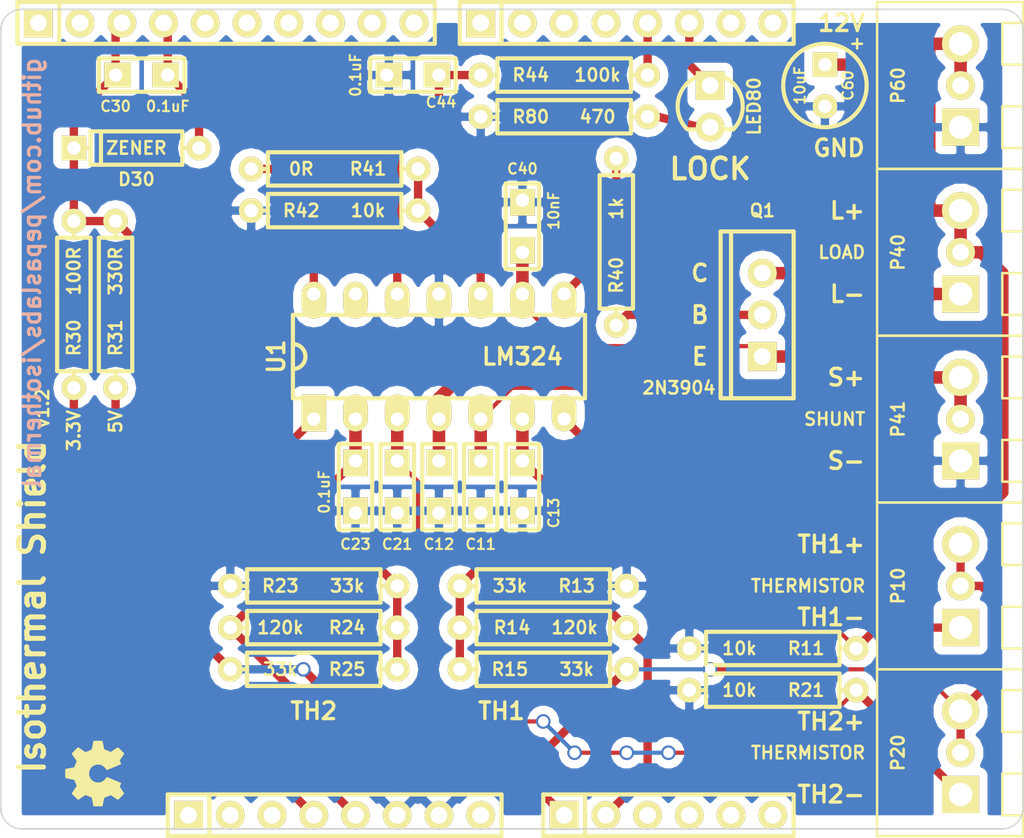
<source format=kicad_pcb>
(kicad_pcb (version 3) (host pcbnew "(22-Jun-2014 BZR 4027)-stable")

  (general
    (links 72)
    (no_connects 3)
    (area 159.803497 121.2088 242.035001 175.9712)
    (thickness 1.6)
    (drawings 34)
    (tracks 145)
    (zones 0)
    (modules 38)
    (nets 23)
  )

  (page A3)
  (layers
    (15 F.Cu signal)
    (0 B.Cu signal hide)
    (16 B.Adhes user)
    (17 F.Adhes user)
    (18 B.Paste user)
    (19 F.Paste user)
    (20 B.SilkS user)
    (21 F.SilkS user)
    (22 B.Mask user)
    (23 F.Mask user)
    (24 Dwgs.User user)
    (25 Cmts.User user)
    (26 Eco1.User user)
    (27 Eco2.User user)
    (28 Edge.Cuts user)
  )

  (setup
    (last_trace_width 0.254)
    (user_trace_width 0.508)
    (user_trace_width 0.762)
    (user_trace_width 1.016)
    (user_trace_width 1.27)
    (user_trace_width 1.524)
    (user_trace_width 1.778)
    (user_trace_width 2.032)
    (user_trace_width 2.286)
    (user_trace_width 2.54)
    (trace_clearance 0.254)
    (zone_clearance 0.508)
    (zone_45_only no)
    (trace_min 0.254)
    (segment_width 0.2)
    (edge_width 0.1)
    (via_size 0.889)
    (via_drill 0.635)
    (via_min_size 0.889)
    (via_min_drill 0.508)
    (uvia_size 0.508)
    (uvia_drill 0.127)
    (uvias_allowed no)
    (uvia_min_size 0.508)
    (uvia_min_drill 0.127)
    (pcb_text_width 0.3)
    (pcb_text_size 1.5 1.5)
    (mod_edge_width 0.254)
    (mod_text_size 1 1)
    (mod_text_width 0.15)
    (pad_size 1.4986 1.4986)
    (pad_drill 1.016)
    (pad_to_mask_clearance 0)
    (aux_axis_origin 0 0)
    (visible_elements FFFFFFBF)
    (pcbplotparams
      (layerselection 284196865)
      (usegerberextensions true)
      (excludeedgelayer true)
      (linewidth 0.150000)
      (plotframeref false)
      (viasonmask false)
      (mode 1)
      (useauxorigin false)
      (hpglpennumber 1)
      (hpglpenspeed 20)
      (hpglpendiameter 15)
      (hpglpenoverlay 2)
      (psnegative false)
      (psa4output false)
      (plotreference true)
      (plotvalue true)
      (plotothertext true)
      (plotinvisibletext false)
      (padsonsilk false)
      (subtractmaskfromsilk false)
      (outputformat 1)
      (mirror false)
      (drillshape 0)
      (scaleselection 1)
      (outputdirectory gerbers))
  )

  (net 0 "")
  (net 1 12V)
  (net 2 3V3)
  (net 3 5V)
  (net 4 A0)
  (net 5 A1)
  (net 6 AGND)
  (net 7 AREF)
  (net 8 D2)
  (net 9 D3)
  (net 10 GND)
  (net 11 N-0000026)
  (net 12 N-0000027)
  (net 13 N-0000028)
  (net 14 N-0000036)
  (net 15 N-0000037)
  (net 16 N-0000038)
  (net 17 N-0000039)
  (net 18 N-0000040)
  (net 19 N-0000041)
  (net 20 N-0000042)
  (net 21 N-0000043)
  (net 22 N-0000044)

  (net_class Default "This is the default net class."
    (clearance 0.254)
    (trace_width 0.254)
    (via_dia 0.889)
    (via_drill 0.635)
    (uvia_dia 0.508)
    (uvia_drill 0.127)
    (add_net "")
    (add_net 12V)
    (add_net 3V3)
    (add_net 5V)
    (add_net A0)
    (add_net A1)
    (add_net AGND)
    (add_net AREF)
    (add_net D2)
    (add_net D3)
    (add_net GND)
    (add_net N-0000026)
    (add_net N-0000027)
    (add_net N-0000028)
    (add_net N-0000036)
    (add_net N-0000037)
    (add_net N-0000038)
    (add_net N-0000039)
    (add_net N-0000040)
    (add_net N-0000041)
    (add_net N-0000042)
    (add_net N-0000043)
    (add_net N-0000044)
  )

  (module ELCAP_10_20_V_059A (layer F.Cu) (tedit 53A23F6E) (tstamp 5A6D93FD)
    (at 224.155 127 270)
    (descr "Electrolytic Capacitor, vertical, 0.1\" pins, 0.2\" body")
    (tags CP)
    (path /5A6D938F)
    (fp_text reference C60 (at 1.27 -1.397 270) (layer F.SilkS)
      (effects (font (size 0.635 0.635) (thickness 0.127)))
    )
    (fp_text value 10uF (at 1.27 1.524 270) (layer F.SilkS)
      (effects (font (size 0.635 0.635) (thickness 0.127)))
    )
    (fp_text user + (at -1.27 -1.905 270) (layer F.SilkS)
      (effects (font (size 0.762 0.762) (thickness 0.1524)))
    )
    (fp_circle (center 1.27 0) (end 3.81 0) (layer F.SilkS) (width 0.254))
    (pad 1 thru_hole rect (at 0 0 270) (size 1.4986 1.4986) (drill 0.8128)
      (layers *.Cu *.Mask F.SilkS)
      (net 1 12V)
    )
    (pad 2 thru_hole oval (at 2.54 0 270) (size 1.4986 1.4986) (drill 0.8128)
      (layers *.Cu *.Mask F.SilkS)
      (net 10 GND)
    )
    (model discret/c_vert_c2v10.wrl
      (at (xyz 0 0 0))
      (scale (xyz 1 1 1))
      (rotate (xyz 0 0 0))
    )
  )

  (module DIP14_PL (layer F.Cu) (tedit 5A6E1874) (tstamp 5A6D9417)
    (at 193.04 148.59)
    (descr "14-lead DIP package")
    (tags DIP)
    (path /5A6D851E)
    (fp_text reference U1 (at -2.286 -3.81 90) (layer F.SilkS)
      (effects (font (size 1.016 1.016) (thickness 0.2032)))
    )
    (fp_text value LM324 (at 12.7 -3.81) (layer F.SilkS)
      (effects (font (size 1.016 1.016) (thickness 0.2032)))
    )
    (fp_line (start 8.89 -1.27) (end 16.51 -1.27) (layer F.SilkS) (width 0.254))
    (fp_line (start 8.89 -6.35) (end 16.51 -6.35) (layer F.SilkS) (width 0.254))
    (fp_arc (start -1.27 -3.81) (end -1.27 -4.572) (angle 90) (layer F.SilkS) (width 0.254))
    (fp_arc (start -1.27 -3.81) (end -0.508 -3.81) (angle 90) (layer F.SilkS) (width 0.254))
    (fp_line (start -1.27 -6.35) (end 8.89 -6.35) (layer F.SilkS) (width 0.254))
    (fp_line (start 16.51 -6.35) (end 16.51 -1.27) (layer F.SilkS) (width 0.254))
    (fp_line (start 8.89 -1.27) (end -1.27 -1.27) (layer F.SilkS) (width 0.254))
    (fp_line (start -1.27 -1.27) (end -1.27 -6.35) (layer F.SilkS) (width 0.254))
    (pad 1 thru_hole rect (at 0 0) (size 1.4986 2.2479) (drill 0.8128 (offset 0 -0.37465))
      (layers *.Cu *.Mask F.SilkS)
      (net 4 A0)
    )
    (pad 2 thru_hole oval (at 2.54 0) (size 1.4986 2.2479) (drill 0.8128 (offset 0 -0.37465))
      (layers *.Cu *.Mask F.SilkS)
      (net 20 N-0000042)
    )
    (pad 3 thru_hole oval (at 5.08 0) (size 1.4986 2.2479) (drill 0.8128 (offset 0 -0.37465))
      (layers *.Cu *.Mask F.SilkS)
      (net 19 N-0000041)
    )
    (pad 4 thru_hole oval (at 7.62 0) (size 1.4986 2.2479) (drill 0.8128 (offset 0 -0.37465))
      (layers *.Cu *.Mask F.SilkS)
      (net 1 12V)
    )
    (pad 11 thru_hole oval (at 7.62 -7.62) (size 1.4986 2.2479) (drill 0.8128 (offset 0 0.37465))
      (layers *.Cu *.Mask F.SilkS)
      (net 10 GND)
    )
    (pad 12 thru_hole oval (at 5.08 -7.62) (size 1.4986 2.2479) (drill 0.8128 (offset 0 0.37465))
      (layers *.Cu *.Mask F.SilkS)
      (net 16 N-0000038)
    )
    (pad 13 thru_hole oval (at 2.54 -7.62) (size 1.4986 2.2479) (drill 0.8128 (offset 0 0.37465))
      (layers *.Cu *.Mask F.SilkS)
      (net 11 N-0000026)
    )
    (pad 14 thru_hole oval (at 0 -7.62) (size 1.4986 2.2479) (drill 0.8128 (offset 0 0.37465))
      (layers *.Cu *.Mask F.SilkS)
      (net 11 N-0000026)
    )
    (pad 5 thru_hole oval (at 10.16 0) (size 1.4986 2.2479) (drill 0.8128 (offset 0 -0.37465))
      (layers *.Cu *.Mask F.SilkS)
      (net 17 N-0000039)
    )
    (pad 6 thru_hole oval (at 12.7 0) (size 1.4986 2.2479) (drill 0.8128 (offset 0 -0.37465))
      (layers *.Cu *.Mask F.SilkS)
      (net 18 N-0000040)
    )
    (pad 7 thru_hole oval (at 15.24 0) (size 1.4986 2.2479) (drill 0.8128 (offset 0 -0.37465))
      (layers *.Cu *.Mask F.SilkS)
      (net 5 A1)
    )
    (pad 10 thru_hole oval (at 10.16 -7.62) (size 1.4986 2.2479) (drill 0.8128 (offset 0 0.37465))
      (layers *.Cu *.Mask F.SilkS)
      (net 12 N-0000027)
    )
    (pad 9 thru_hole oval (at 12.7 -7.62) (size 1.4986 2.2479) (drill 0.8128 (offset 0 0.37465))
      (layers *.Cu *.Mask F.SilkS)
      (net 22 N-0000044)
    )
    (pad 8 thru_hole oval (at 15.24 -7.62) (size 1.4986 2.2479) (drill 0.8128 (offset 0 0.37465))
      (layers *.Cu *.Mask F.SilkS)
      (net 13 N-0000028)
    )
    (model dil/dil_8.wrl
      (at (xyz 0 0 0))
      (scale (xyz 1 1 1))
      (rotate (xyz 0 0 0))
    )
  )

  (module CERCAP_15_059B_0805 (layer F.Cu) (tedit 5ABF1943) (tstamp 5A6D9421)
    (at 180.975 127.635)
    (descr "Capacitor, 0.2\" pin spacing")
    (tags C)
    (path /5A6ABA4B)
    (fp_text reference C30 (at 0 1.905) (layer F.SilkS)
      (effects (font (size 0.635 0.635) (thickness 0.127)))
    )
    (fp_text value 0.1uF (at 3.175 1.905) (layer F.SilkS)
      (effects (font (size 0.635 0.635) (thickness 0.127)))
    )
    (fp_line (start -1.016 1.016) (end 4.191 1.016) (layer F.SilkS) (width 0.254))
    (fp_line (start -1.016 -1.016) (end 4.191 -1.016) (layer F.SilkS) (width 0.254))
    (fp_line (start 4.191 -1.016) (end 4.191 1.016) (layer F.SilkS) (width 0.254))
    (fp_line (start -1.016 1.016) (end -1.016 -1.016) (layer F.SilkS) (width 0.254))
    (pad 1 thru_hole rect (at 0 0) (size 1.6256 1.4986) (drill 0.8128 (offset 0.127 0))
      (layers *.Cu *.Mask F.SilkS)
      (net 7 AREF)
    )
    (pad 2 thru_hole rect (at 3.175 0) (size 1.6256 1.4986) (drill 0.8128 (offset -0.127 0))
      (layers *.Cu *.Mask F.SilkS)
      (net 6 AGND)
    )
    (model discret/capa_2pas_5x5mm.wrl
      (at (xyz 0 0 0))
      (scale (xyz 1 1 1))
      (rotate (xyz 0 0 0))
    )
  )

  (module CERCAP_15_059B_0805 (layer F.Cu) (tedit 5A6E194D) (tstamp 5A6E1936)
    (at 195.58 151.13 270)
    (descr "Capacitor, 0.2\" pin spacing")
    (tags C)
    (path /5A6D85C2)
    (fp_text reference C23 (at 5.08 0 360) (layer F.SilkS)
      (effects (font (size 0.635 0.635) (thickness 0.127)))
    )
    (fp_text value 0.1uF (at 1.905 1.905 270) (layer F.SilkS)
      (effects (font (size 0.635 0.635) (thickness 0.127)))
    )
    (fp_line (start -1.016 1.016) (end 4.191 1.016) (layer F.SilkS) (width 0.254))
    (fp_line (start -1.016 -1.016) (end 4.191 -1.016) (layer F.SilkS) (width 0.254))
    (fp_line (start 4.191 -1.016) (end 4.191 1.016) (layer F.SilkS) (width 0.254))
    (fp_line (start -1.016 1.016) (end -1.016 -1.016) (layer F.SilkS) (width 0.254))
    (pad 1 thru_hole rect (at 0 0 270) (size 1.6256 1.4986) (drill 0.8128 (offset 0.127 0))
      (layers *.Cu *.Mask F.SilkS)
      (net 20 N-0000042)
    )
    (pad 2 thru_hole rect (at 3.175 0 270) (size 1.6256 1.4986) (drill 0.8128 (offset -0.127 0))
      (layers *.Cu *.Mask F.SilkS)
      (net 10 GND)
    )
    (model discret/capa_2pas_5x5mm.wrl
      (at (xyz 0 0 0))
      (scale (xyz 1 1 1))
      (rotate (xyz 0 0 0))
    )
  )

  (module CERCAP_15_059B_0805 (layer F.Cu) (tedit 5A6E1927) (tstamp 5A6D9435)
    (at 198.12 151.13 270)
    (descr "Capacitor, 0.2\" pin spacing")
    (tags C)
    (path /5A6D8595)
    (fp_text reference C21 (at 5.08 0 360) (layer F.SilkS)
      (effects (font (size 0.635 0.635) (thickness 0.127)))
    )
    (fp_text value 0.1uF (at 0.254 1.905 270) (layer F.SilkS) hide
      (effects (font (size 0.635 0.635) (thickness 0.127)))
    )
    (fp_line (start -1.016 1.016) (end 4.191 1.016) (layer F.SilkS) (width 0.254))
    (fp_line (start -1.016 -1.016) (end 4.191 -1.016) (layer F.SilkS) (width 0.254))
    (fp_line (start 4.191 -1.016) (end 4.191 1.016) (layer F.SilkS) (width 0.254))
    (fp_line (start -1.016 1.016) (end -1.016 -1.016) (layer F.SilkS) (width 0.254))
    (pad 1 thru_hole rect (at 0 0 270) (size 1.6256 1.4986) (drill 0.8128 (offset 0.127 0))
      (layers *.Cu *.Mask F.SilkS)
      (net 19 N-0000041)
    )
    (pad 2 thru_hole rect (at 3.175 0 270) (size 1.6256 1.4986) (drill 0.8128 (offset -0.127 0))
      (layers *.Cu *.Mask F.SilkS)
      (net 10 GND)
    )
    (model discret/capa_2pas_5x5mm.wrl
      (at (xyz 0 0 0))
      (scale (xyz 1 1 1))
      (rotate (xyz 0 0 0))
    )
  )

  (module CERCAP_15_059B_0805 (layer F.Cu) (tedit 5ABF28CE) (tstamp 5A6D943F)
    (at 205.74 138.43 90)
    (descr "Capacitor, 0.2\" pin spacing")
    (tags C)
    (path /5A6ABCEC)
    (fp_text reference C40 (at 5.08 0 180) (layer F.SilkS)
      (effects (font (size 0.635 0.635) (thickness 0.127)))
    )
    (fp_text value 10nF (at 2.54 1.905 90) (layer F.SilkS)
      (effects (font (size 0.635 0.635) (thickness 0.127)))
    )
    (fp_line (start -1.016 1.016) (end 4.191 1.016) (layer F.SilkS) (width 0.254))
    (fp_line (start -1.016 -1.016) (end 4.191 -1.016) (layer F.SilkS) (width 0.254))
    (fp_line (start 4.191 -1.016) (end 4.191 1.016) (layer F.SilkS) (width 0.254))
    (fp_line (start -1.016 1.016) (end -1.016 -1.016) (layer F.SilkS) (width 0.254))
    (pad 1 thru_hole rect (at 0 0 90) (size 1.6256 1.4986) (drill 0.8128 (offset 0.127 0))
      (layers *.Cu *.Mask F.SilkS)
      (net 22 N-0000044)
    )
    (pad 2 thru_hole rect (at 3.175 0 90) (size 1.6256 1.4986) (drill 0.8128 (offset -0.127 0))
      (layers *.Cu *.Mask F.SilkS)
      (net 10 GND)
    )
    (model discret/capa_2pas_5x5mm.wrl
      (at (xyz 0 0 0))
      (scale (xyz 1 1 1))
      (rotate (xyz 0 0 0))
    )
  )

  (module CERCAP_15_059B_0805 (layer F.Cu) (tedit 5A6E190D) (tstamp 5A6D9453)
    (at 205.74 151.13 270)
    (descr "Capacitor, 0.2\" pin spacing")
    (tags C)
    (path /5A6AB438)
    (fp_text reference C13 (at 3.175 -1.905 270) (layer F.SilkS)
      (effects (font (size 0.635 0.635) (thickness 0.127)))
    )
    (fp_text value 0.1uF (at 0.254 1.905 270) (layer F.SilkS) hide
      (effects (font (size 0.635 0.635) (thickness 0.127)))
    )
    (fp_line (start -1.016 1.016) (end 4.191 1.016) (layer F.SilkS) (width 0.254))
    (fp_line (start -1.016 -1.016) (end 4.191 -1.016) (layer F.SilkS) (width 0.254))
    (fp_line (start 4.191 -1.016) (end 4.191 1.016) (layer F.SilkS) (width 0.254))
    (fp_line (start -1.016 1.016) (end -1.016 -1.016) (layer F.SilkS) (width 0.254))
    (pad 1 thru_hole rect (at 0 0 270) (size 1.6256 1.4986) (drill 0.8128 (offset 0.127 0))
      (layers *.Cu *.Mask F.SilkS)
      (net 18 N-0000040)
    )
    (pad 2 thru_hole rect (at 3.175 0 270) (size 1.6256 1.4986) (drill 0.8128 (offset -0.127 0))
      (layers *.Cu *.Mask F.SilkS)
      (net 10 GND)
    )
    (model discret/capa_2pas_5x5mm.wrl
      (at (xyz 0 0 0))
      (scale (xyz 1 1 1))
      (rotate (xyz 0 0 0))
    )
  )

  (module CERCAP_15_059B_0805 (layer F.Cu) (tedit 5A6E1915) (tstamp 5A6D945D)
    (at 203.2 151.13 270)
    (descr "Capacitor, 0.2\" pin spacing")
    (tags C)
    (path /5A6AB275)
    (fp_text reference C11 (at 5.08 0 360) (layer F.SilkS)
      (effects (font (size 0.635 0.635) (thickness 0.127)))
    )
    (fp_text value 0.1uF (at 0.254 1.905 270) (layer F.SilkS) hide
      (effects (font (size 0.635 0.635) (thickness 0.127)))
    )
    (fp_line (start -1.016 1.016) (end 4.191 1.016) (layer F.SilkS) (width 0.254))
    (fp_line (start -1.016 -1.016) (end 4.191 -1.016) (layer F.SilkS) (width 0.254))
    (fp_line (start 4.191 -1.016) (end 4.191 1.016) (layer F.SilkS) (width 0.254))
    (fp_line (start -1.016 1.016) (end -1.016 -1.016) (layer F.SilkS) (width 0.254))
    (pad 1 thru_hole rect (at 0 0 270) (size 1.6256 1.4986) (drill 0.8128 (offset 0.127 0))
      (layers *.Cu *.Mask F.SilkS)
      (net 17 N-0000039)
    )
    (pad 2 thru_hole rect (at 3.175 0 270) (size 1.6256 1.4986) (drill 0.8128 (offset -0.127 0))
      (layers *.Cu *.Mask F.SilkS)
      (net 10 GND)
    )
    (model discret/capa_2pas_5x5mm.wrl
      (at (xyz 0 0 0))
      (scale (xyz 1 1 1))
      (rotate (xyz 0 0 0))
    )
  )

  (module CERCAP_15_059B_0805 (layer F.Cu) (tedit 5A6E191E) (tstamp 5A6D9471)
    (at 200.66 151.13 270)
    (descr "Capacitor, 0.2\" pin spacing")
    (tags C)
    (path /5A6AB196)
    (fp_text reference C12 (at 5.08 0 360) (layer F.SilkS)
      (effects (font (size 0.635 0.635) (thickness 0.127)))
    )
    (fp_text value 0.1uF (at 0.254 1.905 270) (layer F.SilkS) hide
      (effects (font (size 0.635 0.635) (thickness 0.127)))
    )
    (fp_line (start -1.016 1.016) (end 4.191 1.016) (layer F.SilkS) (width 0.254))
    (fp_line (start -1.016 -1.016) (end 4.191 -1.016) (layer F.SilkS) (width 0.254))
    (fp_line (start 4.191 -1.016) (end 4.191 1.016) (layer F.SilkS) (width 0.254))
    (fp_line (start -1.016 1.016) (end -1.016 -1.016) (layer F.SilkS) (width 0.254))
    (pad 1 thru_hole rect (at 0 0 270) (size 1.6256 1.4986) (drill 0.8128 (offset 0.127 0))
      (layers *.Cu *.Mask F.SilkS)
      (net 1 12V)
    )
    (pad 2 thru_hole rect (at 3.175 0 270) (size 1.6256 1.4986) (drill 0.8128 (offset -0.127 0))
      (layers *.Cu *.Mask F.SilkS)
      (net 10 GND)
    )
    (model discret/capa_2pas_5x5mm.wrl
      (at (xyz 0 0 0))
      (scale (xyz 1 1 1))
      (rotate (xyz 0 0 0))
    )
  )

  (module SIL-8 (layer F.Cu) (tedit 5A6DDAB5) (tstamp 5A6DDFBE)
    (at 187.96 172.72)
    (descr "Connecteurs 1 pin")
    (tags "CONN DEV")
    (path /5A6DDBF8)
    (fp_text reference P71 (at 1.27 2.54) (layer F.SilkS) hide
      (effects (font (size 0.762 0.762) (thickness 0.1524)))
    )
    (fp_text value CONN_8X1 (at 1.27 -2.54) (layer F.SilkS) hide
      (effects (font (size 0.762 0.762) (thickness 0.1524)))
    )
    (fp_line (start -3.81 1.27) (end 16.51 1.27) (layer F.SilkS) (width 0.254))
    (fp_line (start -3.81 -1.27) (end 16.51 -1.27) (layer F.SilkS) (width 0.254))
    (fp_line (start -1.27 -1.27) (end -1.27 1.27) (layer F.SilkS) (width 0.254))
    (fp_line (start 16.51 -1.27) (end 16.51 1.27) (layer F.SilkS) (width 0.254))
    (fp_line (start -3.81 1.27) (end -3.81 -1.27) (layer F.SilkS) (width 0.254))
    (pad 1 thru_hole rect (at -2.54 0) (size 1.7526 1.7526) (drill 1.016)
      (layers *.Cu *.Mask F.SilkS)
    )
    (pad 2 thru_hole circle (at 0 0) (size 1.7526 1.7526) (drill 1.016)
      (layers *.Cu *.Mask F.SilkS)
    )
    (pad 3 thru_hole circle (at 2.54 0) (size 1.7526 1.7526) (drill 1.016)
      (layers *.Cu *.Mask F.SilkS)
    )
    (pad 4 thru_hole circle (at 5.08 0) (size 1.7526 1.7526) (drill 1.016)
      (layers *.Cu *.Mask F.SilkS)
      (net 2 3V3)
    )
    (pad 5 thru_hole circle (at 7.62 0) (size 1.7526 1.7526) (drill 1.016)
      (layers *.Cu *.Mask F.SilkS)
      (net 3 5V)
    )
    (pad 6 thru_hole circle (at 10.16 0) (size 1.7526 1.7526) (drill 1.016)
      (layers *.Cu *.Mask F.SilkS)
      (net 10 GND)
    )
    (pad 7 thru_hole circle (at 12.7 0) (size 1.7526 1.7526) (drill 1.016)
      (layers *.Cu *.Mask F.SilkS)
      (net 10 GND)
    )
    (pad 8 thru_hole circle (at 15.24 0) (size 1.7526 1.7526) (drill 1.016)
      (layers *.Cu *.Mask F.SilkS)
    )
  )

  (module SIL-8 (layer F.Cu) (tedit 5A6DDAB5) (tstamp 5A6DDFCF)
    (at 205.74 124.46)
    (descr "Connecteurs 1 pin")
    (tags "CONN DEV")
    (path /5A6DDC07)
    (fp_text reference P73 (at 1.27 2.54) (layer F.SilkS) hide
      (effects (font (size 0.762 0.762) (thickness 0.1524)))
    )
    (fp_text value CONN_8X1 (at 1.27 -2.54) (layer F.SilkS) hide
      (effects (font (size 0.762 0.762) (thickness 0.1524)))
    )
    (fp_line (start -3.81 1.27) (end 16.51 1.27) (layer F.SilkS) (width 0.254))
    (fp_line (start -3.81 -1.27) (end 16.51 -1.27) (layer F.SilkS) (width 0.254))
    (fp_line (start -1.27 -1.27) (end -1.27 1.27) (layer F.SilkS) (width 0.254))
    (fp_line (start 16.51 -1.27) (end 16.51 1.27) (layer F.SilkS) (width 0.254))
    (fp_line (start -3.81 1.27) (end -3.81 -1.27) (layer F.SilkS) (width 0.254))
    (pad 1 thru_hole rect (at -2.54 0) (size 1.7526 1.7526) (drill 1.016)
      (layers *.Cu *.Mask F.SilkS)
    )
    (pad 2 thru_hole circle (at 0 0) (size 1.7526 1.7526) (drill 1.016)
      (layers *.Cu *.Mask F.SilkS)
    )
    (pad 3 thru_hole circle (at 2.54 0) (size 1.7526 1.7526) (drill 1.016)
      (layers *.Cu *.Mask F.SilkS)
    )
    (pad 4 thru_hole circle (at 5.08 0) (size 1.7526 1.7526) (drill 1.016)
      (layers *.Cu *.Mask F.SilkS)
    )
    (pad 5 thru_hole circle (at 7.62 0) (size 1.7526 1.7526) (drill 1.016)
      (layers *.Cu *.Mask F.SilkS)
      (net 9 D3)
    )
    (pad 6 thru_hole circle (at 10.16 0) (size 1.7526 1.7526) (drill 1.016)
      (layers *.Cu *.Mask F.SilkS)
      (net 8 D2)
    )
    (pad 7 thru_hole circle (at 12.7 0) (size 1.7526 1.7526) (drill 1.016)
      (layers *.Cu *.Mask F.SilkS)
    )
    (pad 8 thru_hole circle (at 15.24 0) (size 1.7526 1.7526) (drill 1.016)
      (layers *.Cu *.Mask F.SilkS)
    )
  )

  (module SIL-6 (layer F.Cu) (tedit 5A6DDA5C) (tstamp 5A6DDFDE)
    (at 210.82 172.72)
    (descr "Connecteurs 1 pin")
    (tags "CONN DEV")
    (path /5A6DDBE9)
    (fp_text reference P70 (at 1.27 2.54) (layer F.SilkS) hide
      (effects (font (size 0.762 0.762) (thickness 0.1524)))
    )
    (fp_text value CONN_6X1 (at 1.27 -2.54) (layer F.SilkS) hide
      (effects (font (size 0.762 0.762) (thickness 0.1524)))
    )
    (fp_line (start -3.81 1.27) (end 11.43 1.27) (layer F.SilkS) (width 0.254))
    (fp_line (start -3.81 -1.27) (end 11.43 -1.27) (layer F.SilkS) (width 0.254))
    (fp_line (start -1.27 -1.27) (end -1.27 1.27) (layer F.SilkS) (width 0.254))
    (fp_line (start 11.43 -1.27) (end 11.43 1.27) (layer F.SilkS) (width 0.254))
    (fp_line (start -3.81 1.27) (end -3.81 -1.27) (layer F.SilkS) (width 0.254))
    (pad 1 thru_hole rect (at -2.54 0) (size 1.7526 1.7526) (drill 1.016)
      (layers *.Cu *.Mask F.SilkS)
      (net 4 A0)
    )
    (pad 2 thru_hole circle (at 0 0) (size 1.7526 1.7526) (drill 1.016)
      (layers *.Cu *.Mask F.SilkS)
      (net 5 A1)
    )
    (pad 3 thru_hole circle (at 2.54 0) (size 1.7526 1.7526) (drill 1.016)
      (layers *.Cu *.Mask F.SilkS)
    )
    (pad 4 thru_hole circle (at 5.08 0) (size 1.7526 1.7526) (drill 1.016)
      (layers *.Cu *.Mask F.SilkS)
    )
    (pad 5 thru_hole circle (at 7.62 0) (size 1.7526 1.7526) (drill 1.016)
      (layers *.Cu *.Mask F.SilkS)
    )
    (pad 6 thru_hole circle (at 10.16 0) (size 1.7526 1.7526) (drill 1.016)
      (layers *.Cu *.Mask F.SilkS)
    )
  )

  (module SIL-10 (layer F.Cu) (tedit 5A6DDAFE) (tstamp 5A6DDFF1)
    (at 178.816 124.46)
    (descr "Connecteurs 1 pin")
    (tags "CONN DEV")
    (path /5A6DDC16)
    (fp_text reference P72 (at 1.27 2.54) (layer F.SilkS) hide
      (effects (font (size 0.762 0.762) (thickness 0.1524)))
    )
    (fp_text value CONN_10X1 (at 1.27 -2.54) (layer F.SilkS) hide
      (effects (font (size 0.762 0.762) (thickness 0.1524)))
    )
    (fp_line (start -3.81 1.27) (end 21.59 1.27) (layer F.SilkS) (width 0.254))
    (fp_line (start -3.81 -1.27) (end 21.59 -1.27) (layer F.SilkS) (width 0.254))
    (fp_line (start -1.27 -1.27) (end -1.27 1.27) (layer F.SilkS) (width 0.254))
    (fp_line (start 21.59 -1.27) (end 21.59 1.27) (layer F.SilkS) (width 0.254))
    (fp_line (start -3.81 1.27) (end -3.81 -1.27) (layer F.SilkS) (width 0.254))
    (pad 1 thru_hole rect (at -2.54 0) (size 1.7526 1.7526) (drill 1.016)
      (layers *.Cu *.Mask F.SilkS)
    )
    (pad 2 thru_hole circle (at 0 0) (size 1.7526 1.7526) (drill 1.016)
      (layers *.Cu *.Mask F.SilkS)
    )
    (pad 3 thru_hole circle (at 2.54 0) (size 1.7526 1.7526) (drill 1.016)
      (layers *.Cu *.Mask F.SilkS)
      (net 7 AREF)
    )
    (pad 4 thru_hole circle (at 5.08 0) (size 1.7526 1.7526) (drill 1.016)
      (layers *.Cu *.Mask F.SilkS)
      (net 6 AGND)
    )
    (pad 5 thru_hole circle (at 7.62 0) (size 1.7526 1.7526) (drill 1.016)
      (layers *.Cu *.Mask F.SilkS)
    )
    (pad 6 thru_hole circle (at 10.16 0) (size 1.7526 1.7526) (drill 1.016)
      (layers *.Cu *.Mask F.SilkS)
    )
    (pad 7 thru_hole circle (at 12.7 0) (size 1.7526 1.7526) (drill 1.016)
      (layers *.Cu *.Mask F.SilkS)
    )
    (pad 8 thru_hole circle (at 15.24 0) (size 1.7526 1.7526) (drill 1.016)
      (layers *.Cu *.Mask F.SilkS)
    )
    (pad 9 thru_hole circle (at 17.78 0) (size 1.7526 1.7526) (drill 1.016)
      (layers *.Cu *.Mask F.SilkS)
    )
    (pad 10 thru_hole circle (at 20.32 0) (size 1.7526 1.7526) (drill 1.016)
      (layers *.Cu *.Mask F.SilkS)
    )
  )

  (module LED_3MM_069A (layer F.Cu) (tedit 53B98B99) (tstamp 5A6DE153)
    (at 217.17 128.27 270)
    (descr "3MM LED")
    (tags "LED DEV")
    (path /5A6DE1E5)
    (fp_text reference LED80 (at 1.27 -2.667 270) (layer F.SilkS)
      (effects (font (size 0.762 0.762) (thickness 0.1524)))
    )
    (fp_text value LED (at 1.27 2.794 270) (layer F.SilkS) hide
      (effects (font (size 0.762 0.762) (thickness 0.1524)))
    )
    (fp_line (start 2.67 -1.4) (end 2.67 1.4) (layer F.SilkS) (width 0.254))
    (fp_arc (start 1.27 0) (end 2.67 1.4) (angle 90) (layer F.SilkS) (width 0.254))
    (fp_arc (start 1.27 0) (end -0.13 1.4) (angle 90) (layer F.SilkS) (width 0.254))
    (fp_arc (start 1.27 0) (end -0.13 -1.4) (angle 90) (layer F.SilkS) (width 0.254))
    (pad 1 thru_hole rect (at 0 0 270) (size 1.7526 1.7526) (drill 1.016)
      (layers *.Cu *.Mask F.SilkS)
      (net 8 D2)
    )
    (pad 2 thru_hole oval (at 2.54 0 270) (size 1.7526 1.7526) (drill 1.016)
      (layers *.Cu *.Mask F.SilkS)
      (net 14 N-0000036)
    )
    (model discret/led5_vertical.wrl
      (at (xyz 0 0 0))
      (scale (xyz 1 1 1))
      (rotate (xyz 0 0 0))
    )
  )

  (module OSHW-logo_silkscreen-front_4mm (layer F.Cu) (tedit 0) (tstamp 5A6EB06E)
    (at 179.705 170.18 90)
    (fp_text reference G*** (at 0 2.1209 90) (layer F.SilkS) hide
      (effects (font (size 0.18034 0.18034) (thickness 0.03556)))
    )
    (fp_text value OSHW-logo_silkscreen-front_4mm (at 0 -2.1209 90) (layer F.SilkS) hide
      (effects (font (size 0.18034 0.18034) (thickness 0.03556)))
    )
    (fp_poly (pts (xy -1.21158 1.79578) (xy -1.19126 1.78562) (xy -1.143 1.75514) (xy -1.07696 1.71196)
      (xy -0.99822 1.65862) (xy -0.91948 1.60528) (xy -0.85344 1.5621) (xy -0.80772 1.53162)
      (xy -0.78994 1.52146) (xy -0.77978 1.524) (xy -0.74168 1.54432) (xy -0.6858 1.57226)
      (xy -0.65532 1.5875) (xy -0.60452 1.61036) (xy -0.57912 1.61544) (xy -0.57658 1.60782)
      (xy -0.55626 1.56972) (xy -0.52832 1.50368) (xy -0.49022 1.41732) (xy -0.44704 1.31572)
      (xy -0.40132 1.2065) (xy -0.3556 1.09474) (xy -0.30988 0.98806) (xy -0.27178 0.89154)
      (xy -0.23876 0.81534) (xy -0.21844 0.75946) (xy -0.21082 0.7366) (xy -0.21336 0.73152)
      (xy -0.23876 0.70866) (xy -0.28194 0.67564) (xy -0.37846 0.5969) (xy -0.4699 0.48006)
      (xy -0.52832 0.34798) (xy -0.5461 0.20066) (xy -0.53086 0.06604) (xy -0.47752 -0.0635)
      (xy -0.38608 -0.18288) (xy -0.27432 -0.26924) (xy -0.14478 -0.32512) (xy 0 -0.3429)
      (xy 0.1397 -0.32766) (xy 0.27178 -0.27432) (xy 0.39116 -0.18542) (xy 0.43942 -0.127)
      (xy 0.508 -0.00762) (xy 0.54864 0.11938) (xy 0.55118 0.14986) (xy 0.5461 0.2921)
      (xy 0.50546 0.42672) (xy 0.4318 0.5461) (xy 0.32766 0.64516) (xy 0.31496 0.65532)
      (xy 0.2667 0.69088) (xy 0.23622 0.71374) (xy 0.21082 0.73406) (xy 0.38862 1.16586)
      (xy 0.41656 1.23444) (xy 0.46736 1.35128) (xy 0.51054 1.45288) (xy 0.54356 1.53416)
      (xy 0.56896 1.5875) (xy 0.57912 1.61036) (xy 0.57912 1.61036) (xy 0.59436 1.6129)
      (xy 0.62738 1.6002) (xy 0.68834 1.57226) (xy 0.72898 1.55194) (xy 0.7747 1.52908)
      (xy 0.79502 1.52146) (xy 0.8128 1.53162) (xy 0.85598 1.55956) (xy 0.91948 1.60274)
      (xy 0.99568 1.65354) (xy 1.06934 1.70434) (xy 1.13792 1.75006) (xy 1.18618 1.78054)
      (xy 1.21158 1.79324) (xy 1.21412 1.79324) (xy 1.23444 1.78054) (xy 1.27508 1.75006)
      (xy 1.3335 1.69418) (xy 1.41478 1.6129) (xy 1.42748 1.6002) (xy 1.49606 1.52908)
      (xy 1.55194 1.47066) (xy 1.59004 1.43002) (xy 1.60274 1.41224) (xy 1.60274 1.41224)
      (xy 1.59004 1.38684) (xy 1.55956 1.33858) (xy 1.51384 1.27) (xy 1.4605 1.19126)
      (xy 1.31826 0.98298) (xy 1.397 0.7874) (xy 1.41986 0.72898) (xy 1.45034 0.65532)
      (xy 1.4732 0.60452) (xy 1.4859 0.58166) (xy 1.50622 0.57404) (xy 1.55956 0.56134)
      (xy 1.6383 0.54356) (xy 1.72974 0.52832) (xy 1.81864 0.51054) (xy 1.89738 0.4953)
      (xy 1.9558 0.48514) (xy 1.9812 0.48006) (xy 1.98628 0.47498) (xy 1.99136 0.46228)
      (xy 1.99644 0.43688) (xy 1.99644 0.38862) (xy 1.99898 0.31242) (xy 1.99898 0.20066)
      (xy 1.99898 0.1905) (xy 1.99644 0.08382) (xy 1.99644 0) (xy 1.9939 -0.05334)
      (xy 1.98882 -0.07366) (xy 1.98882 -0.07366) (xy 1.96342 -0.08128) (xy 1.90754 -0.09144)
      (xy 1.8288 -0.10922) (xy 1.73228 -0.127) (xy 1.7272 -0.127) (xy 1.63322 -0.14478)
      (xy 1.55448 -0.16256) (xy 1.4986 -0.17526) (xy 1.47574 -0.18288) (xy 1.47066 -0.18796)
      (xy 1.45034 -0.22606) (xy 1.4224 -0.28448) (xy 1.39192 -0.3556) (xy 1.36144 -0.42926)
      (xy 1.3335 -0.49784) (xy 1.31572 -0.5461) (xy 1.31064 -0.56896) (xy 1.31064 -0.56896)
      (xy 1.32588 -0.59182) (xy 1.3589 -0.64262) (xy 1.40462 -0.70866) (xy 1.4605 -0.78994)
      (xy 1.46304 -0.79756) (xy 1.51892 -0.8763) (xy 1.5621 -0.94488) (xy 1.59258 -0.99314)
      (xy 1.60274 -1.01346) (xy 1.60274 -1.016) (xy 1.58496 -1.03886) (xy 1.54432 -1.08458)
      (xy 1.4859 -1.14554) (xy 1.41478 -1.21666) (xy 1.39192 -1.23698) (xy 1.31572 -1.31318)
      (xy 1.26238 -1.36398) (xy 1.22682 -1.38938) (xy 1.21158 -1.397) (xy 1.21158 -1.39446)
      (xy 1.18618 -1.38176) (xy 1.13538 -1.34874) (xy 1.0668 -1.30048) (xy 0.98552 -1.24714)
      (xy 0.98044 -1.24206) (xy 0.9017 -1.18872) (xy 0.83566 -1.143) (xy 0.7874 -1.11252)
      (xy 0.76708 -1.09982) (xy 0.762 -1.09982) (xy 0.73152 -1.10998) (xy 0.6731 -1.12776)
      (xy 0.60452 -1.1557) (xy 0.53086 -1.18618) (xy 0.46228 -1.21412) (xy 0.41148 -1.23698)
      (xy 0.38862 -1.24968) (xy 0.38862 -1.25222) (xy 0.37846 -1.28016) (xy 0.36576 -1.34112)
      (xy 0.34798 -1.4224) (xy 0.3302 -1.52146) (xy 0.32766 -1.5367) (xy 0.30988 -1.63068)
      (xy 0.29464 -1.70942) (xy 0.28194 -1.7653) (xy 0.27686 -1.78816) (xy 0.26416 -1.7907)
      (xy 0.2159 -1.79324) (xy 0.14478 -1.79578) (xy 0.05842 -1.79578) (xy -0.03048 -1.79578)
      (xy -0.11684 -1.79324) (xy -0.19304 -1.7907) (xy -0.24638 -1.78816) (xy -0.26924 -1.78308)
      (xy -0.27178 -1.78054) (xy -0.2794 -1.7526) (xy -0.2921 -1.69164) (xy -0.30988 -1.61036)
      (xy -0.32766 -1.5113) (xy -0.3302 -1.49352) (xy -0.34798 -1.39954) (xy -0.36576 -1.3208)
      (xy -0.37592 -1.26746) (xy -0.38354 -1.24714) (xy -0.39116 -1.24206) (xy -0.42926 -1.22428)
      (xy -0.49276 -1.19888) (xy -0.57404 -1.16586) (xy -0.75692 -1.0922) (xy -0.98044 -1.24714)
      (xy -1.00076 -1.25984) (xy -1.08204 -1.31572) (xy -1.14808 -1.3589) (xy -1.1938 -1.38938)
      (xy -1.21412 -1.39954) (xy -1.21412 -1.39954) (xy -1.23698 -1.37922) (xy -1.2827 -1.33858)
      (xy -1.34366 -1.27762) (xy -1.41224 -1.20904) (xy -1.46558 -1.1557) (xy -1.52654 -1.0922)
      (xy -1.56718 -1.05156) (xy -1.5875 -1.02362) (xy -1.59512 -1.00584) (xy -1.59258 -0.99568)
      (xy -1.57988 -0.97282) (xy -1.54686 -0.92456) (xy -1.50114 -0.85598) (xy -1.44526 -0.77724)
      (xy -1.39954 -0.70866) (xy -1.35128 -0.635) (xy -1.3208 -0.58166) (xy -1.3081 -0.55372)
      (xy -1.31064 -0.54356) (xy -1.32842 -0.50038) (xy -1.35382 -0.4318) (xy -1.38684 -0.35306)
      (xy -1.46558 -0.17526) (xy -1.58242 -0.15494) (xy -1.65354 -0.1397) (xy -1.7526 -0.12192)
      (xy -1.84658 -0.10414) (xy -1.9939 -0.07366) (xy -1.99898 0.46482) (xy -1.97612 0.47498)
      (xy -1.95326 0.4826) (xy -1.89992 0.49276) (xy -1.82118 0.508) (xy -1.72974 0.52578)
      (xy -1.651 0.54102) (xy -1.57226 0.55626) (xy -1.51638 0.56642) (xy -1.49098 0.5715)
      (xy -1.48336 0.58166) (xy -1.46304 0.61976) (xy -1.4351 0.68072) (xy -1.40462 0.75438)
      (xy -1.37414 0.82804) (xy -1.3462 0.89916) (xy -1.32588 0.9525) (xy -1.31826 0.98044)
      (xy -1.32842 1.00076) (xy -1.3589 1.04648) (xy -1.40208 1.11252) (xy -1.45542 1.19126)
      (xy -1.5113 1.27) (xy -1.55448 1.33858) (xy -1.5875 1.38684) (xy -1.6002 1.40716)
      (xy -1.59258 1.4224) (xy -1.5621 1.4605) (xy -1.50368 1.52146) (xy -1.41478 1.61036)
      (xy -1.39954 1.62306) (xy -1.33096 1.69164) (xy -1.27 1.74498) (xy -1.22936 1.78308)
      (xy -1.21158 1.79578)) (layer F.SilkS) (width 0.00254))
  )

  (module TERMINAL_BLOCK_2_5mm (layer F.Cu) (tedit 5ABEFB50) (tstamp 5ABEFEF4)
    (at 232.41 128.27 90)
    (descr "2 pin terminal block, 5mm spacing")
    (tags "CONN DEV")
    (path /5A6D936F)
    (fp_text reference P60 (at 0 -3.81 90) (layer F.SilkS)
      (effects (font (size 0.762 0.762) (thickness 0.1524)))
    )
    (fp_text value CONN_2X1 (at 0 -1.905 90) (layer F.SilkS) hide
      (effects (font (size 0.762 0.762) (thickness 0.1524)))
    )
    (fp_line (start 1.27 3.81) (end 1.27 2.54) (layer F.SilkS) (width 0.15))
    (fp_line (start 1.27 2.54) (end 3.81 2.54) (layer F.SilkS) (width 0.15))
    (fp_line (start 3.81 2.54) (end 3.81 3.81) (layer F.SilkS) (width 0.15))
    (fp_line (start -3.81 3.81) (end -3.81 2.54) (layer F.SilkS) (width 0.15))
    (fp_line (start -3.81 2.54) (end -1.27 2.54) (layer F.SilkS) (width 0.15))
    (fp_line (start -1.27 2.54) (end -1.27 3.81) (layer F.SilkS) (width 0.15))
    (fp_line (start -5.08 -5.08) (end -5.08 3.81) (layer F.SilkS) (width 0.15))
    (fp_line (start -5.08 3.81) (end 5.08 3.81) (layer F.SilkS) (width 0.15))
    (fp_line (start 5.08 3.81) (end 5.08 -5.08) (layer F.SilkS) (width 0.15))
    (fp_line (start 5.08 -5.08) (end -5.08 -5.08) (layer F.SilkS) (width 0.15))
    (pad 1 thru_hole rect (at -2.54 0 90) (size 2.2606 2.2606) (drill 1.4224)
      (layers *.Cu *.Mask F.SilkS)
      (net 10 GND)
    )
    (pad 2 thru_hole circle (at 2.54 0 90) (size 2.2606 2.2606) (drill 1.4224)
      (layers *.Cu *.Mask F.SilkS)
      (net 1 12V)
    )
    (pad 2 thru_hole circle (at 0 0 90) (size 1.7526 1.7526) (drill 1.016)
      (layers *.Cu *.Mask F.SilkS)
      (net 1 12V)
    )
    (model pin_array/pins_array_2x1.wrl
      (at (xyz 0 0 0))
      (scale (xyz 1 1 1))
      (rotate (xyz 0 0 0))
    )
  )

  (module TERMINAL_BLOCK_2_5mm (layer F.Cu) (tedit 5ABEFB50) (tstamp 5ABEFFB2)
    (at 232.41 138.43 90)
    (descr "2 pin terminal block, 5mm spacing")
    (tags "CONN DEV")
    (path /5A6D90DB)
    (fp_text reference P40 (at 0 -3.81 90) (layer F.SilkS)
      (effects (font (size 0.762 0.762) (thickness 0.1524)))
    )
    (fp_text value CONN_2X1 (at 0 -1.905 90) (layer F.SilkS) hide
      (effects (font (size 0.762 0.762) (thickness 0.1524)))
    )
    (fp_line (start 1.27 3.81) (end 1.27 2.54) (layer F.SilkS) (width 0.15))
    (fp_line (start 1.27 2.54) (end 3.81 2.54) (layer F.SilkS) (width 0.15))
    (fp_line (start 3.81 2.54) (end 3.81 3.81) (layer F.SilkS) (width 0.15))
    (fp_line (start -3.81 3.81) (end -3.81 2.54) (layer F.SilkS) (width 0.15))
    (fp_line (start -3.81 2.54) (end -1.27 2.54) (layer F.SilkS) (width 0.15))
    (fp_line (start -1.27 2.54) (end -1.27 3.81) (layer F.SilkS) (width 0.15))
    (fp_line (start -5.08 -5.08) (end -5.08 3.81) (layer F.SilkS) (width 0.15))
    (fp_line (start -5.08 3.81) (end 5.08 3.81) (layer F.SilkS) (width 0.15))
    (fp_line (start 5.08 3.81) (end 5.08 -5.08) (layer F.SilkS) (width 0.15))
    (fp_line (start 5.08 -5.08) (end -5.08 -5.08) (layer F.SilkS) (width 0.15))
    (pad 1 thru_hole rect (at -2.54 0 90) (size 2.2606 2.2606) (drill 1.4224)
      (layers *.Cu *.Mask F.SilkS)
      (net 21 N-0000043)
    )
    (pad 2 thru_hole circle (at 2.54 0 90) (size 2.2606 2.2606) (drill 1.4224)
      (layers *.Cu *.Mask F.SilkS)
      (net 1 12V)
    )
    (pad 2 thru_hole circle (at 0 0 90) (size 1.7526 1.7526) (drill 1.016)
      (layers *.Cu *.Mask F.SilkS)
      (net 1 12V)
    )
    (model pin_array/pins_array_2x1.wrl
      (at (xyz 0 0 0))
      (scale (xyz 1 1 1))
      (rotate (xyz 0 0 0))
    )
  )

  (module TERMINAL_BLOCK_2_5mm (layer F.Cu) (tedit 5ABEFB50) (tstamp 5ABEFFD5)
    (at 232.41 148.59 90)
    (descr "2 pin terminal block, 5mm spacing")
    (tags "CONN DEV")
    (path /5A6D91E0)
    (fp_text reference P41 (at 0 -3.81 90) (layer F.SilkS)
      (effects (font (size 0.762 0.762) (thickness 0.1524)))
    )
    (fp_text value CONN_2X1 (at 0 -1.905 90) (layer F.SilkS) hide
      (effects (font (size 0.762 0.762) (thickness 0.1524)))
    )
    (fp_line (start 1.27 3.81) (end 1.27 2.54) (layer F.SilkS) (width 0.15))
    (fp_line (start 1.27 2.54) (end 3.81 2.54) (layer F.SilkS) (width 0.15))
    (fp_line (start 3.81 2.54) (end 3.81 3.81) (layer F.SilkS) (width 0.15))
    (fp_line (start -3.81 3.81) (end -3.81 2.54) (layer F.SilkS) (width 0.15))
    (fp_line (start -3.81 2.54) (end -1.27 2.54) (layer F.SilkS) (width 0.15))
    (fp_line (start -1.27 2.54) (end -1.27 3.81) (layer F.SilkS) (width 0.15))
    (fp_line (start -5.08 -5.08) (end -5.08 3.81) (layer F.SilkS) (width 0.15))
    (fp_line (start -5.08 3.81) (end 5.08 3.81) (layer F.SilkS) (width 0.15))
    (fp_line (start 5.08 3.81) (end 5.08 -5.08) (layer F.SilkS) (width 0.15))
    (fp_line (start 5.08 -5.08) (end -5.08 -5.08) (layer F.SilkS) (width 0.15))
    (pad 1 thru_hole rect (at -2.54 0 90) (size 2.2606 2.2606) (drill 1.4224)
      (layers *.Cu *.Mask F.SilkS)
      (net 10 GND)
    )
    (pad 2 thru_hole circle (at 2.54 0 90) (size 2.2606 2.2606) (drill 1.4224)
      (layers *.Cu *.Mask F.SilkS)
      (net 22 N-0000044)
    )
    (pad 2 thru_hole circle (at 0 0 90) (size 1.7526 1.7526) (drill 1.016)
      (layers *.Cu *.Mask F.SilkS)
      (net 22 N-0000044)
    )
    (model pin_array/pins_array_2x1.wrl
      (at (xyz 0 0 0))
      (scale (xyz 1 1 1))
      (rotate (xyz 0 0 0))
    )
  )

  (module TERMINAL_BLOCK_2_5mm (layer F.Cu) (tedit 5ABEFB50) (tstamp 5ABEFFF8)
    (at 232.41 158.75 90)
    (descr "2 pin terminal block, 5mm spacing")
    (tags "CONN DEV")
    (path /5A6D8FDE)
    (fp_text reference P10 (at 0 -3.81 90) (layer F.SilkS)
      (effects (font (size 0.762 0.762) (thickness 0.1524)))
    )
    (fp_text value CONN_2X1 (at 0 -1.905 90) (layer F.SilkS) hide
      (effects (font (size 0.762 0.762) (thickness 0.1524)))
    )
    (fp_line (start 1.27 3.81) (end 1.27 2.54) (layer F.SilkS) (width 0.15))
    (fp_line (start 1.27 2.54) (end 3.81 2.54) (layer F.SilkS) (width 0.15))
    (fp_line (start 3.81 2.54) (end 3.81 3.81) (layer F.SilkS) (width 0.15))
    (fp_line (start -3.81 3.81) (end -3.81 2.54) (layer F.SilkS) (width 0.15))
    (fp_line (start -3.81 2.54) (end -1.27 2.54) (layer F.SilkS) (width 0.15))
    (fp_line (start -1.27 2.54) (end -1.27 3.81) (layer F.SilkS) (width 0.15))
    (fp_line (start -5.08 -5.08) (end -5.08 3.81) (layer F.SilkS) (width 0.15))
    (fp_line (start -5.08 3.81) (end 5.08 3.81) (layer F.SilkS) (width 0.15))
    (fp_line (start 5.08 3.81) (end 5.08 -5.08) (layer F.SilkS) (width 0.15))
    (fp_line (start 5.08 -5.08) (end -5.08 -5.08) (layer F.SilkS) (width 0.15))
    (pad 1 thru_hole rect (at -2.54 0 90) (size 2.2606 2.2606) (drill 1.4224)
      (layers *.Cu *.Mask F.SilkS)
      (net 17 N-0000039)
    )
    (pad 2 thru_hole circle (at 2.54 0 90) (size 2.2606 2.2606) (drill 1.4224)
      (layers *.Cu *.Mask F.SilkS)
      (net 7 AREF)
    )
    (pad 2 thru_hole circle (at 0 0 90) (size 1.7526 1.7526) (drill 1.016)
      (layers *.Cu *.Mask F.SilkS)
      (net 7 AREF)
    )
    (model pin_array/pins_array_2x1.wrl
      (at (xyz 0 0 0))
      (scale (xyz 1 1 1))
      (rotate (xyz 0 0 0))
    )
  )

  (module R_AXIAL_0W25_059A_PL (layer F.Cu) (tedit 53A245D9) (tstamp 5ABF0C3B)
    (at 189.23 135.89)
    (descr "Resistor Axial 1/4W 0.4\"")
    (tags R)
    (path /5ABF0C0F)
    (autoplace_cost180 10)
    (fp_text reference R42 (at 3.048 0) (layer F.SilkS)
      (effects (font (size 0.762 0.762) (thickness 0.1524)))
    )
    (fp_text value 10k (at 7.112 0) (layer F.SilkS)
      (effects (font (size 0.762 0.762) (thickness 0.1524)))
    )
    (fp_line (start 0 0) (end 1.016 0) (layer F.SilkS) (width 0.254))
    (fp_line (start 1.016 0) (end 1.016 -1.016) (layer F.SilkS) (width 0.254))
    (fp_line (start 1.016 -1.016) (end 9.144 -1.016) (layer F.SilkS) (width 0.254))
    (fp_line (start 9.144 -1.016) (end 9.144 1.016) (layer F.SilkS) (width 0.254))
    (fp_line (start 9.144 1.016) (end 1.016 1.016) (layer F.SilkS) (width 0.254))
    (fp_line (start 1.016 1.016) (end 1.016 0) (layer F.SilkS) (width 0.254))
    (fp_line (start 10.16 0) (end 9.144 0) (layer F.SilkS) (width 0.254))
    (pad 1 thru_hole oval (at 0 0) (size 1.4986 1.4986) (drill 0.8128)
      (layers *.Cu *.Mask F.SilkS)
      (net 10 GND)
    )
    (pad 2 thru_hole oval (at 10.16 0) (size 1.4986 1.4986) (drill 0.8128)
      (layers *.Cu *.Mask F.SilkS)
      (net 12 N-0000027)
    )
    (model discret/resistor.wrl
      (at (xyz 0 0 0))
      (scale (xyz 0.4 0.4 0.4))
      (rotate (xyz 0 0 0))
    )
  )

  (module R_AXIAL_0W25_059A_PL (layer F.Cu) (tedit 53A245D9) (tstamp 5ABF0C48)
    (at 180.975 146.685 90)
    (descr "Resistor Axial 1/4W 0.4\"")
    (tags R)
    (path /5ABF0590)
    (autoplace_cost180 10)
    (fp_text reference R31 (at 3.048 0 90) (layer F.SilkS)
      (effects (font (size 0.762 0.762) (thickness 0.1524)))
    )
    (fp_text value 330R (at 7.112 0 90) (layer F.SilkS)
      (effects (font (size 0.762 0.762) (thickness 0.1524)))
    )
    (fp_line (start 0 0) (end 1.016 0) (layer F.SilkS) (width 0.254))
    (fp_line (start 1.016 0) (end 1.016 -1.016) (layer F.SilkS) (width 0.254))
    (fp_line (start 1.016 -1.016) (end 9.144 -1.016) (layer F.SilkS) (width 0.254))
    (fp_line (start 9.144 -1.016) (end 9.144 1.016) (layer F.SilkS) (width 0.254))
    (fp_line (start 9.144 1.016) (end 1.016 1.016) (layer F.SilkS) (width 0.254))
    (fp_line (start 1.016 1.016) (end 1.016 0) (layer F.SilkS) (width 0.254))
    (fp_line (start 10.16 0) (end 9.144 0) (layer F.SilkS) (width 0.254))
    (pad 1 thru_hole oval (at 0 0 90) (size 1.4986 1.4986) (drill 0.8128)
      (layers *.Cu *.Mask F.SilkS)
      (net 3 5V)
    )
    (pad 2 thru_hole oval (at 10.16 0 90) (size 1.4986 1.4986) (drill 0.8128)
      (layers *.Cu *.Mask F.SilkS)
      (net 7 AREF)
    )
    (model discret/resistor.wrl
      (at (xyz 0 0 0))
      (scale (xyz 0.4 0.4 0.4))
      (rotate (xyz 0 0 0))
    )
  )

  (module R_AXIAL_0W25_059A_PL (layer F.Cu) (tedit 53A245D9) (tstamp 5ABF0C62)
    (at 203.2 127.635)
    (descr "Resistor Axial 1/4W 0.4\"")
    (tags R)
    (path /5A6AB53E)
    (autoplace_cost180 10)
    (fp_text reference R44 (at 3.048 0) (layer F.SilkS)
      (effects (font (size 0.762 0.762) (thickness 0.1524)))
    )
    (fp_text value 100k (at 7.112 0) (layer F.SilkS)
      (effects (font (size 0.762 0.762) (thickness 0.1524)))
    )
    (fp_line (start 0 0) (end 1.016 0) (layer F.SilkS) (width 0.254))
    (fp_line (start 1.016 0) (end 1.016 -1.016) (layer F.SilkS) (width 0.254))
    (fp_line (start 1.016 -1.016) (end 9.144 -1.016) (layer F.SilkS) (width 0.254))
    (fp_line (start 9.144 -1.016) (end 9.144 1.016) (layer F.SilkS) (width 0.254))
    (fp_line (start 9.144 1.016) (end 1.016 1.016) (layer F.SilkS) (width 0.254))
    (fp_line (start 1.016 1.016) (end 1.016 0) (layer F.SilkS) (width 0.254))
    (fp_line (start 10.16 0) (end 9.144 0) (layer F.SilkS) (width 0.254))
    (pad 1 thru_hole oval (at 0 0) (size 1.4986 1.4986) (drill 0.8128)
      (layers *.Cu *.Mask F.SilkS)
      (net 16 N-0000038)
    )
    (pad 2 thru_hole oval (at 10.16 0) (size 1.4986 1.4986) (drill 0.8128)
      (layers *.Cu *.Mask F.SilkS)
      (net 9 D3)
    )
    (model discret/resistor.wrl
      (at (xyz 0 0 0))
      (scale (xyz 0.4 0.4 0.4))
      (rotate (xyz 0 0 0))
    )
  )

  (module DIODE_SS_059A_03_PL (layer F.Cu) (tedit 5ABF193B) (tstamp 5ABF0C71)
    (at 182.245 132.08 180)
    (descr "Small-signal diode, 0.3\"")
    (tags "DIODE DEV")
    (path /5ABF070C)
    (fp_text reference D30 (at 0 -1.905 180) (layer F.SilkS)
      (effects (font (size 0.762 0.762) (thickness 0.1524)))
    )
    (fp_text value ZENER (at 0 0 180) (layer F.SilkS)
      (effects (font (size 0.762 0.762) (thickness 0.1524)))
    )
    (fp_line (start -2.794 0) (end -3.81 0) (layer F.SilkS) (width 0.254))
    (fp_line (start 2.794 0) (end 3.81 0) (layer F.SilkS) (width 0.254))
    (fp_line (start -2.794 1.016) (end 2.794 1.016) (layer F.SilkS) (width 0.254))
    (fp_line (start 2.794 -1.016) (end -2.794 -1.016) (layer F.SilkS) (width 0.254))
    (fp_line (start 2.159 -1.016) (end 2.159 1.016) (layer F.SilkS) (width 0.254))
    (fp_line (start 2.794 0) (end 2.794 -1.016) (layer F.SilkS) (width 0.254))
    (fp_line (start -2.794 -1.016) (end -2.794 0) (layer F.SilkS) (width 0.254))
    (fp_line (start -2.794 0) (end -2.794 1.016) (layer F.SilkS) (width 0.254))
    (fp_line (start 2.794 1.016) (end 2.794 0) (layer F.SilkS) (width 0.254))
    (pad 2 thru_hole rect (at 3.81 0 180) (size 1.4986 1.4986) (drill 0.8128)
      (layers *.Cu *.Mask F.SilkS)
      (net 7 AREF)
    )
    (pad 1 thru_hole oval (at -3.81 0 180) (size 1.4986 1.4986) (drill 0.8128)
      (layers *.Cu *.Mask F.SilkS)
      (net 6 AGND)
    )
    (model discret/diode.wrl
      (at (xyz 0 0 0))
      (scale (xyz 0.3 0.3 0.3))
      (rotate (xyz 0 0 0))
    )
  )

  (module R_AXIAL_0W25_059A_PL (layer F.Cu) (tedit 5B2C6E2D) (tstamp 5ABF0CD6)
    (at 201.93 161.29)
    (descr "Resistor Axial 1/4W 0.4\"")
    (tags R)
    (path /5A6AB17C)
    (autoplace_cost180 10)
    (fp_text reference R14 (at 3.175 0) (layer F.SilkS)
      (effects (font (size 0.762 0.762) (thickness 0.1524)))
    )
    (fp_text value 120k (at 6.985 0) (layer F.SilkS)
      (effects (font (size 0.762 0.762) (thickness 0.1524)))
    )
    (fp_line (start 0 0) (end 1.016 0) (layer F.SilkS) (width 0.254))
    (fp_line (start 1.016 0) (end 1.016 -1.016) (layer F.SilkS) (width 0.254))
    (fp_line (start 1.016 -1.016) (end 9.144 -1.016) (layer F.SilkS) (width 0.254))
    (fp_line (start 9.144 -1.016) (end 9.144 1.016) (layer F.SilkS) (width 0.254))
    (fp_line (start 9.144 1.016) (end 1.016 1.016) (layer F.SilkS) (width 0.254))
    (fp_line (start 1.016 1.016) (end 1.016 0) (layer F.SilkS) (width 0.254))
    (fp_line (start 10.16 0) (end 9.144 0) (layer F.SilkS) (width 0.254))
    (pad 1 thru_hole oval (at 0 0) (size 1.4986 1.4986) (drill 0.8128)
      (layers *.Cu *.Mask F.SilkS)
      (net 18 N-0000040)
    )
    (pad 2 thru_hole oval (at 10.16 0) (size 1.4986 1.4986) (drill 0.8128)
      (layers *.Cu *.Mask F.SilkS)
      (net 5 A1)
    )
    (model discret/resistor.wrl
      (at (xyz 0 0 0))
      (scale (xyz 0.4 0.4 0.4))
      (rotate (xyz 0 0 0))
    )
  )

  (module R_AXIAL_0W25_059A_PL (layer F.Cu) (tedit 53A245D9) (tstamp 5ABF0D1C)
    (at 212.09 158.75 180)
    (descr "Resistor Axial 1/4W 0.4\"")
    (tags R)
    (path /5A6AB323)
    (autoplace_cost180 10)
    (fp_text reference R13 (at 3.048 0 180) (layer F.SilkS)
      (effects (font (size 0.762 0.762) (thickness 0.1524)))
    )
    (fp_text value 33k (at 7.112 0 180) (layer F.SilkS)
      (effects (font (size 0.762 0.762) (thickness 0.1524)))
    )
    (fp_line (start 0 0) (end 1.016 0) (layer F.SilkS) (width 0.254))
    (fp_line (start 1.016 0) (end 1.016 -1.016) (layer F.SilkS) (width 0.254))
    (fp_line (start 1.016 -1.016) (end 9.144 -1.016) (layer F.SilkS) (width 0.254))
    (fp_line (start 9.144 -1.016) (end 9.144 1.016) (layer F.SilkS) (width 0.254))
    (fp_line (start 9.144 1.016) (end 1.016 1.016) (layer F.SilkS) (width 0.254))
    (fp_line (start 1.016 1.016) (end 1.016 0) (layer F.SilkS) (width 0.254))
    (fp_line (start 10.16 0) (end 9.144 0) (layer F.SilkS) (width 0.254))
    (pad 1 thru_hole oval (at 0 0 180) (size 1.4986 1.4986) (drill 0.8128)
      (layers *.Cu *.Mask F.SilkS)
      (net 10 GND)
    )
    (pad 2 thru_hole oval (at 10.16 0 180) (size 1.4986 1.4986) (drill 0.8128)
      (layers *.Cu *.Mask F.SilkS)
      (net 18 N-0000040)
    )
    (model discret/resistor.wrl
      (at (xyz 0 0 0))
      (scale (xyz 0.4 0.4 0.4))
      (rotate (xyz 0 0 0))
    )
  )

  (module R_AXIAL_0W25_059A_PL (layer F.Cu) (tedit 53A245D9) (tstamp 5ABF0D69)
    (at 201.93 163.83)
    (descr "Resistor Axial 1/4W 0.4\"")
    (tags R)
    (path /5A6AB329)
    (autoplace_cost180 10)
    (fp_text reference R15 (at 3.048 0) (layer F.SilkS)
      (effects (font (size 0.762 0.762) (thickness 0.1524)))
    )
    (fp_text value 33k (at 7.112 0) (layer F.SilkS)
      (effects (font (size 0.762 0.762) (thickness 0.1524)))
    )
    (fp_line (start 0 0) (end 1.016 0) (layer F.SilkS) (width 0.254))
    (fp_line (start 1.016 0) (end 1.016 -1.016) (layer F.SilkS) (width 0.254))
    (fp_line (start 1.016 -1.016) (end 9.144 -1.016) (layer F.SilkS) (width 0.254))
    (fp_line (start 9.144 -1.016) (end 9.144 1.016) (layer F.SilkS) (width 0.254))
    (fp_line (start 9.144 1.016) (end 1.016 1.016) (layer F.SilkS) (width 0.254))
    (fp_line (start 1.016 1.016) (end 1.016 0) (layer F.SilkS) (width 0.254))
    (fp_line (start 10.16 0) (end 9.144 0) (layer F.SilkS) (width 0.254))
    (pad 1 thru_hole oval (at 0 0) (size 1.4986 1.4986) (drill 0.8128)
      (layers *.Cu *.Mask F.SilkS)
      (net 18 N-0000040)
    )
    (pad 2 thru_hole oval (at 10.16 0) (size 1.4986 1.4986) (drill 0.8128)
      (layers *.Cu *.Mask F.SilkS)
      (net 7 AREF)
    )
    (model discret/resistor.wrl
      (at (xyz 0 0 0))
      (scale (xyz 0.4 0.4 0.4))
      (rotate (xyz 0 0 0))
    )
  )

  (module R_AXIAL_0W25_059A_PL (layer F.Cu) (tedit 53A245D9) (tstamp 5ABF0D89)
    (at 226.06 162.56 180)
    (descr "Resistor Axial 1/4W 0.4\"")
    (tags R)
    (path /5A6D8240)
    (autoplace_cost180 10)
    (fp_text reference R11 (at 3.048 0 180) (layer F.SilkS)
      (effects (font (size 0.762 0.762) (thickness 0.1524)))
    )
    (fp_text value 10k (at 7.112 0 180) (layer F.SilkS)
      (effects (font (size 0.762 0.762) (thickness 0.1524)))
    )
    (fp_line (start 0 0) (end 1.016 0) (layer F.SilkS) (width 0.254))
    (fp_line (start 1.016 0) (end 1.016 -1.016) (layer F.SilkS) (width 0.254))
    (fp_line (start 1.016 -1.016) (end 9.144 -1.016) (layer F.SilkS) (width 0.254))
    (fp_line (start 9.144 -1.016) (end 9.144 1.016) (layer F.SilkS) (width 0.254))
    (fp_line (start 9.144 1.016) (end 1.016 1.016) (layer F.SilkS) (width 0.254))
    (fp_line (start 1.016 1.016) (end 1.016 0) (layer F.SilkS) (width 0.254))
    (fp_line (start 10.16 0) (end 9.144 0) (layer F.SilkS) (width 0.254))
    (pad 1 thru_hole oval (at 0 0 180) (size 1.4986 1.4986) (drill 0.8128)
      (layers *.Cu *.Mask F.SilkS)
      (net 17 N-0000039)
    )
    (pad 2 thru_hole oval (at 10.16 0 180) (size 1.4986 1.4986) (drill 0.8128)
      (layers *.Cu *.Mask F.SilkS)
      (net 10 GND)
    )
    (model discret/resistor.wrl
      (at (xyz 0 0 0))
      (scale (xyz 0.4 0.4 0.4))
      (rotate (xyz 0 0 0))
    )
  )

  (module R_AXIAL_0W25_059A_PL (layer F.Cu) (tedit 53A245D9) (tstamp 5ABF0E8C)
    (at 198.12 161.29 180)
    (descr "Resistor Axial 1/4W 0.4\"")
    (tags R)
    (path /5A6D8564)
    (autoplace_cost180 10)
    (fp_text reference R24 (at 3.048 0 180) (layer F.SilkS)
      (effects (font (size 0.762 0.762) (thickness 0.1524)))
    )
    (fp_text value 120k (at 7.112 0 180) (layer F.SilkS)
      (effects (font (size 0.762 0.762) (thickness 0.1524)))
    )
    (fp_line (start 0 0) (end 1.016 0) (layer F.SilkS) (width 0.254))
    (fp_line (start 1.016 0) (end 1.016 -1.016) (layer F.SilkS) (width 0.254))
    (fp_line (start 1.016 -1.016) (end 9.144 -1.016) (layer F.SilkS) (width 0.254))
    (fp_line (start 9.144 -1.016) (end 9.144 1.016) (layer F.SilkS) (width 0.254))
    (fp_line (start 9.144 1.016) (end 1.016 1.016) (layer F.SilkS) (width 0.254))
    (fp_line (start 1.016 1.016) (end 1.016 0) (layer F.SilkS) (width 0.254))
    (fp_line (start 10.16 0) (end 9.144 0) (layer F.SilkS) (width 0.254))
    (pad 1 thru_hole oval (at 0 0 180) (size 1.4986 1.4986) (drill 0.8128)
      (layers *.Cu *.Mask F.SilkS)
      (net 20 N-0000042)
    )
    (pad 2 thru_hole oval (at 10.16 0 180) (size 1.4986 1.4986) (drill 0.8128)
      (layers *.Cu *.Mask F.SilkS)
      (net 4 A0)
    )
    (model discret/resistor.wrl
      (at (xyz 0 0 0))
      (scale (xyz 0.4 0.4 0.4))
      (rotate (xyz 0 0 0))
    )
  )

  (module R_AXIAL_0W25_059A_PL (layer F.Cu) (tedit 53A245D9) (tstamp 5ABF0EA8)
    (at 187.96 158.75)
    (descr "Resistor Axial 1/4W 0.4\"")
    (tags R)
    (path /5A6D85A7)
    (autoplace_cost180 10)
    (fp_text reference R23 (at 3.048 0) (layer F.SilkS)
      (effects (font (size 0.762 0.762) (thickness 0.1524)))
    )
    (fp_text value 33k (at 7.112 0) (layer F.SilkS)
      (effects (font (size 0.762 0.762) (thickness 0.1524)))
    )
    (fp_line (start 0 0) (end 1.016 0) (layer F.SilkS) (width 0.254))
    (fp_line (start 1.016 0) (end 1.016 -1.016) (layer F.SilkS) (width 0.254))
    (fp_line (start 1.016 -1.016) (end 9.144 -1.016) (layer F.SilkS) (width 0.254))
    (fp_line (start 9.144 -1.016) (end 9.144 1.016) (layer F.SilkS) (width 0.254))
    (fp_line (start 9.144 1.016) (end 1.016 1.016) (layer F.SilkS) (width 0.254))
    (fp_line (start 1.016 1.016) (end 1.016 0) (layer F.SilkS) (width 0.254))
    (fp_line (start 10.16 0) (end 9.144 0) (layer F.SilkS) (width 0.254))
    (pad 1 thru_hole oval (at 0 0) (size 1.4986 1.4986) (drill 0.8128)
      (layers *.Cu *.Mask F.SilkS)
      (net 10 GND)
    )
    (pad 2 thru_hole oval (at 10.16 0) (size 1.4986 1.4986) (drill 0.8128)
      (layers *.Cu *.Mask F.SilkS)
      (net 20 N-0000042)
    )
    (model discret/resistor.wrl
      (at (xyz 0 0 0))
      (scale (xyz 0.4 0.4 0.4))
      (rotate (xyz 0 0 0))
    )
  )

  (module R_AXIAL_0W25_059A_PL (layer F.Cu) (tedit 53A245D9) (tstamp 5ABF0EF7)
    (at 198.12 163.83 180)
    (descr "Resistor Axial 1/4W 0.4\"")
    (tags R)
    (path /5A6D85AD)
    (autoplace_cost180 10)
    (fp_text reference R25 (at 3.048 0 180) (layer F.SilkS)
      (effects (font (size 0.762 0.762) (thickness 0.1524)))
    )
    (fp_text value 33k (at 7.112 0 180) (layer F.SilkS)
      (effects (font (size 0.762 0.762) (thickness 0.1524)))
    )
    (fp_line (start 0 0) (end 1.016 0) (layer F.SilkS) (width 0.254))
    (fp_line (start 1.016 0) (end 1.016 -1.016) (layer F.SilkS) (width 0.254))
    (fp_line (start 1.016 -1.016) (end 9.144 -1.016) (layer F.SilkS) (width 0.254))
    (fp_line (start 9.144 -1.016) (end 9.144 1.016) (layer F.SilkS) (width 0.254))
    (fp_line (start 9.144 1.016) (end 1.016 1.016) (layer F.SilkS) (width 0.254))
    (fp_line (start 1.016 1.016) (end 1.016 0) (layer F.SilkS) (width 0.254))
    (fp_line (start 10.16 0) (end 9.144 0) (layer F.SilkS) (width 0.254))
    (pad 1 thru_hole oval (at 0 0 180) (size 1.4986 1.4986) (drill 0.8128)
      (layers *.Cu *.Mask F.SilkS)
      (net 20 N-0000042)
    )
    (pad 2 thru_hole oval (at 10.16 0 180) (size 1.4986 1.4986) (drill 0.8128)
      (layers *.Cu *.Mask F.SilkS)
      (net 7 AREF)
    )
    (model discret/resistor.wrl
      (at (xyz 0 0 0))
      (scale (xyz 0.4 0.4 0.4))
      (rotate (xyz 0 0 0))
    )
  )

  (module R_AXIAL_0W25_059A_PL (layer F.Cu) (tedit 53A245D9) (tstamp 5ABF0F33)
    (at 226.06 165.1 180)
    (descr "Resistor Axial 1/4W 0.4\"")
    (tags R)
    (path /5A6D85F1)
    (autoplace_cost180 10)
    (fp_text reference R21 (at 3.048 0 180) (layer F.SilkS)
      (effects (font (size 0.762 0.762) (thickness 0.1524)))
    )
    (fp_text value 10k (at 7.112 0 180) (layer F.SilkS)
      (effects (font (size 0.762 0.762) (thickness 0.1524)))
    )
    (fp_line (start 0 0) (end 1.016 0) (layer F.SilkS) (width 0.254))
    (fp_line (start 1.016 0) (end 1.016 -1.016) (layer F.SilkS) (width 0.254))
    (fp_line (start 1.016 -1.016) (end 9.144 -1.016) (layer F.SilkS) (width 0.254))
    (fp_line (start 9.144 -1.016) (end 9.144 1.016) (layer F.SilkS) (width 0.254))
    (fp_line (start 9.144 1.016) (end 1.016 1.016) (layer F.SilkS) (width 0.254))
    (fp_line (start 1.016 1.016) (end 1.016 0) (layer F.SilkS) (width 0.254))
    (fp_line (start 10.16 0) (end 9.144 0) (layer F.SilkS) (width 0.254))
    (pad 1 thru_hole oval (at 0 0 180) (size 1.4986 1.4986) (drill 0.8128)
      (layers *.Cu *.Mask F.SilkS)
      (net 19 N-0000041)
    )
    (pad 2 thru_hole oval (at 10.16 0 180) (size 1.4986 1.4986) (drill 0.8128)
      (layers *.Cu *.Mask F.SilkS)
      (net 10 GND)
    )
    (model discret/resistor.wrl
      (at (xyz 0 0 0))
      (scale (xyz 0.4 0.4 0.4))
      (rotate (xyz 0 0 0))
    )
  )

  (module R_AXIAL_0W25_059A_PL (layer F.Cu) (tedit 53A245D9) (tstamp 5ABF1658)
    (at 211.455 142.875 90)
    (descr "Resistor Axial 1/4W 0.4\"")
    (tags R)
    (path /5A6AB611)
    (autoplace_cost180 10)
    (fp_text reference R40 (at 3.048 0 90) (layer F.SilkS)
      (effects (font (size 0.762 0.762) (thickness 0.1524)))
    )
    (fp_text value 1k (at 7.112 0 90) (layer F.SilkS)
      (effects (font (size 0.762 0.762) (thickness 0.1524)))
    )
    (fp_line (start 0 0) (end 1.016 0) (layer F.SilkS) (width 0.254))
    (fp_line (start 1.016 0) (end 1.016 -1.016) (layer F.SilkS) (width 0.254))
    (fp_line (start 1.016 -1.016) (end 9.144 -1.016) (layer F.SilkS) (width 0.254))
    (fp_line (start 9.144 -1.016) (end 9.144 1.016) (layer F.SilkS) (width 0.254))
    (fp_line (start 9.144 1.016) (end 1.016 1.016) (layer F.SilkS) (width 0.254))
    (fp_line (start 1.016 1.016) (end 1.016 0) (layer F.SilkS) (width 0.254))
    (fp_line (start 10.16 0) (end 9.144 0) (layer F.SilkS) (width 0.254))
    (pad 1 thru_hole oval (at 0 0 90) (size 1.4986 1.4986) (drill 0.8128)
      (layers *.Cu *.Mask F.SilkS)
      (net 15 N-0000037)
    )
    (pad 2 thru_hole oval (at 10.16 0 90) (size 1.4986 1.4986) (drill 0.8128)
      (layers *.Cu *.Mask F.SilkS)
      (net 13 N-0000028)
    )
    (model discret/resistor.wrl
      (at (xyz 0 0 0))
      (scale (xyz 0.4 0.4 0.4))
      (rotate (xyz 0 0 0))
    )
  )

  (module R_AXIAL_0W25_059A_PL (layer F.Cu) (tedit 53A245D9) (tstamp 5ABF1715)
    (at 203.2 130.175)
    (descr "Resistor Axial 1/4W 0.4\"")
    (tags R)
    (path /5A6DE1F2)
    (autoplace_cost180 10)
    (fp_text reference R80 (at 3.048 0) (layer F.SilkS)
      (effects (font (size 0.762 0.762) (thickness 0.1524)))
    )
    (fp_text value 470 (at 7.112 0) (layer F.SilkS)
      (effects (font (size 0.762 0.762) (thickness 0.1524)))
    )
    (fp_line (start 0 0) (end 1.016 0) (layer F.SilkS) (width 0.254))
    (fp_line (start 1.016 0) (end 1.016 -1.016) (layer F.SilkS) (width 0.254))
    (fp_line (start 1.016 -1.016) (end 9.144 -1.016) (layer F.SilkS) (width 0.254))
    (fp_line (start 9.144 -1.016) (end 9.144 1.016) (layer F.SilkS) (width 0.254))
    (fp_line (start 9.144 1.016) (end 1.016 1.016) (layer F.SilkS) (width 0.254))
    (fp_line (start 1.016 1.016) (end 1.016 0) (layer F.SilkS) (width 0.254))
    (fp_line (start 10.16 0) (end 9.144 0) (layer F.SilkS) (width 0.254))
    (pad 1 thru_hole oval (at 0 0) (size 1.4986 1.4986) (drill 0.8128)
      (layers *.Cu *.Mask F.SilkS)
      (net 10 GND)
    )
    (pad 2 thru_hole oval (at 10.16 0) (size 1.4986 1.4986) (drill 0.8128)
      (layers *.Cu *.Mask F.SilkS)
      (net 14 N-0000036)
    )
    (model discret/resistor.wrl
      (at (xyz 0 0 0))
      (scale (xyz 0.4 0.4 0.4))
      (rotate (xyz 0 0 0))
    )
  )

  (module R_AXIAL_0W25_059A_PL (layer F.Cu) (tedit 53A245D9) (tstamp 5ABF195B)
    (at 178.435 146.685 90)
    (descr "Resistor Axial 1/4W 0.4\"")
    (tags R)
    (path /5A6ABA45)
    (autoplace_cost180 10)
    (fp_text reference R30 (at 3.048 0 90) (layer F.SilkS)
      (effects (font (size 0.762 0.762) (thickness 0.1524)))
    )
    (fp_text value 100R (at 7.112 0 90) (layer F.SilkS)
      (effects (font (size 0.762 0.762) (thickness 0.1524)))
    )
    (fp_line (start 0 0) (end 1.016 0) (layer F.SilkS) (width 0.254))
    (fp_line (start 1.016 0) (end 1.016 -1.016) (layer F.SilkS) (width 0.254))
    (fp_line (start 1.016 -1.016) (end 9.144 -1.016) (layer F.SilkS) (width 0.254))
    (fp_line (start 9.144 -1.016) (end 9.144 1.016) (layer F.SilkS) (width 0.254))
    (fp_line (start 9.144 1.016) (end 1.016 1.016) (layer F.SilkS) (width 0.254))
    (fp_line (start 1.016 1.016) (end 1.016 0) (layer F.SilkS) (width 0.254))
    (fp_line (start 10.16 0) (end 9.144 0) (layer F.SilkS) (width 0.254))
    (pad 1 thru_hole oval (at 0 0 90) (size 1.4986 1.4986) (drill 0.8128)
      (layers *.Cu *.Mask F.SilkS)
      (net 2 3V3)
    )
    (pad 2 thru_hole oval (at 10.16 0 90) (size 1.4986 1.4986) (drill 0.8128)
      (layers *.Cu *.Mask F.SilkS)
      (net 7 AREF)
    )
    (model discret/resistor.wrl
      (at (xyz 0 0 0))
      (scale (xyz 0.4 0.4 0.4))
      (rotate (xyz 0 0 0))
    )
  )

  (module R_AXIAL_0W25_059A_PL (layer F.Cu) (tedit 53A245D9) (tstamp 5ABF1968)
    (at 199.39 133.35 180)
    (descr "Resistor Axial 1/4W 0.4\"")
    (tags R)
    (path /5ABF0C09)
    (autoplace_cost180 10)
    (fp_text reference R41 (at 3.048 0 180) (layer F.SilkS)
      (effects (font (size 0.762 0.762) (thickness 0.1524)))
    )
    (fp_text value 0R (at 7.112 0 180) (layer F.SilkS)
      (effects (font (size 0.762 0.762) (thickness 0.1524)))
    )
    (fp_line (start 0 0) (end 1.016 0) (layer F.SilkS) (width 0.254))
    (fp_line (start 1.016 0) (end 1.016 -1.016) (layer F.SilkS) (width 0.254))
    (fp_line (start 1.016 -1.016) (end 9.144 -1.016) (layer F.SilkS) (width 0.254))
    (fp_line (start 9.144 -1.016) (end 9.144 1.016) (layer F.SilkS) (width 0.254))
    (fp_line (start 9.144 1.016) (end 1.016 1.016) (layer F.SilkS) (width 0.254))
    (fp_line (start 1.016 1.016) (end 1.016 0) (layer F.SilkS) (width 0.254))
    (fp_line (start 10.16 0) (end 9.144 0) (layer F.SilkS) (width 0.254))
    (pad 1 thru_hole oval (at 0 0 180) (size 1.4986 1.4986) (drill 0.8128)
      (layers *.Cu *.Mask F.SilkS)
      (net 12 N-0000027)
    )
    (pad 2 thru_hole oval (at 10.16 0 180) (size 1.4986 1.4986) (drill 0.8128)
      (layers *.Cu *.Mask F.SilkS)
      (net 11 N-0000026)
    )
    (model discret/resistor.wrl
      (at (xyz 0 0 0))
      (scale (xyz 0.4 0.4 0.4))
      (rotate (xyz 0 0 0))
    )
  )

  (module CERCAP_15_059B_0805 (layer F.Cu) (tedit 5ABF2D42) (tstamp 5ABF2320)
    (at 200.66 127.635 180)
    (descr "Capacitor, 0.2\" pin spacing")
    (tags C)
    (path /5A6AB544)
    (fp_text reference C44 (at -0.127 -1.651 180) (layer F.SilkS)
      (effects (font (size 0.635 0.635) (thickness 0.127)))
    )
    (fp_text value 0.1uF (at 5.08 0 270) (layer F.SilkS)
      (effects (font (size 0.635 0.635) (thickness 0.127)))
    )
    (fp_line (start -1.016 1.016) (end 4.191 1.016) (layer F.SilkS) (width 0.254))
    (fp_line (start -1.016 -1.016) (end 4.191 -1.016) (layer F.SilkS) (width 0.254))
    (fp_line (start 4.191 -1.016) (end 4.191 1.016) (layer F.SilkS) (width 0.254))
    (fp_line (start -1.016 1.016) (end -1.016 -1.016) (layer F.SilkS) (width 0.254))
    (pad 1 thru_hole rect (at 0 0 180) (size 1.6256 1.4986) (drill 0.8128 (offset 0.127 0))
      (layers *.Cu *.Mask F.SilkS)
      (net 16 N-0000038)
    )
    (pad 2 thru_hole rect (at 3.175 0 180) (size 1.6256 1.4986) (drill 0.8128 (offset -0.127 0))
      (layers *.Cu *.Mask F.SilkS)
      (net 10 GND)
    )
    (model discret/capa_2pas_5x5mm.wrl
      (at (xyz 0 0 0))
      (scale (xyz 1 1 1))
      (rotate (xyz 0 0 0))
    )
  )

  (module TO-220_V_069A (layer F.Cu) (tedit 5B2C7B9A) (tstamp 5ABF27E5)
    (at 220.345 144.78 90)
    (descr "TO-220, vertical, 0.04\" holes, 0.069\" pads")
    (tags "TR TO220")
    (path /5A6AB61E)
    (fp_text reference Q1 (at 8.89 0 180) (layer F.SilkS)
      (effects (font (size 0.762 0.762) (thickness 0.1524)))
    )
    (fp_text value 2N3904 (at -1.905 -5.08 180) (layer F.SilkS)
      (effects (font (size 0.762 0.762) (thickness 0.1524)))
    )
    (fp_line (start -2.54 -1.905) (end -2.54 -2.54) (layer F.SilkS) (width 0.254))
    (fp_line (start -2.54 -2.54) (end 7.62 -2.54) (layer F.SilkS) (width 0.254))
    (fp_line (start 7.62 -2.54) (end 7.62 -1.905) (layer F.SilkS) (width 0.254))
    (fp_line (start -2.54 1.905) (end -2.54 -1.905) (layer F.SilkS) (width 0.254))
    (fp_line (start -2.54 -1.905) (end 7.62 -1.905) (layer F.SilkS) (width 0.254))
    (fp_line (start 7.62 -1.905) (end 7.62 1.905) (layer F.SilkS) (width 0.254))
    (fp_line (start 7.62 1.905) (end -2.54 1.905) (layer F.SilkS) (width 0.254))
    (pad 1 thru_hole rect (at 0 0 180) (size 1.7526 1.7526) (drill 1.016)
      (layers *.Cu *.Mask F.SilkS)
      (net 22 N-0000044)
    )
    (pad 2 thru_hole oval (at 2.54 0 180) (size 1.7526 1.7526) (drill 1.016)
      (layers *.Cu *.Mask F.SilkS)
      (net 15 N-0000037)
    )
    (pad 3 thru_hole oval (at 5.08 0 180) (size 1.7526 1.7526) (drill 1.016)
      (layers *.Cu *.Mask F.SilkS)
      (net 21 N-0000043)
    )
  )

  (module TERMINAL_BLOCK_2_5mm (layer F.Cu) (tedit 5ABEFB50) (tstamp 5B2B4C26)
    (at 232.41 168.91 90)
    (descr "2 pin terminal block, 5mm spacing")
    (tags "CONN DEV")
    (path /5B2B503C)
    (fp_text reference P20 (at 0 -3.81 90) (layer F.SilkS)
      (effects (font (size 0.762 0.762) (thickness 0.1524)))
    )
    (fp_text value CONN_2X1 (at 0 -1.905 90) (layer F.SilkS) hide
      (effects (font (size 0.762 0.762) (thickness 0.1524)))
    )
    (fp_line (start 1.27 3.81) (end 1.27 2.54) (layer F.SilkS) (width 0.15))
    (fp_line (start 1.27 2.54) (end 3.81 2.54) (layer F.SilkS) (width 0.15))
    (fp_line (start 3.81 2.54) (end 3.81 3.81) (layer F.SilkS) (width 0.15))
    (fp_line (start -3.81 3.81) (end -3.81 2.54) (layer F.SilkS) (width 0.15))
    (fp_line (start -3.81 2.54) (end -1.27 2.54) (layer F.SilkS) (width 0.15))
    (fp_line (start -1.27 2.54) (end -1.27 3.81) (layer F.SilkS) (width 0.15))
    (fp_line (start -5.08 -5.08) (end -5.08 3.81) (layer F.SilkS) (width 0.15))
    (fp_line (start -5.08 3.81) (end 5.08 3.81) (layer F.SilkS) (width 0.15))
    (fp_line (start 5.08 3.81) (end 5.08 -5.08) (layer F.SilkS) (width 0.15))
    (fp_line (start 5.08 -5.08) (end -5.08 -5.08) (layer F.SilkS) (width 0.15))
    (pad 1 thru_hole rect (at -2.54 0 90) (size 2.2606 2.2606) (drill 1.4224)
      (layers *.Cu *.Mask F.SilkS)
      (net 19 N-0000041)
    )
    (pad 2 thru_hole circle (at 2.54 0 90) (size 2.2606 2.2606) (drill 1.4224)
      (layers *.Cu *.Mask F.SilkS)
      (net 7 AREF)
    )
    (pad 2 thru_hole circle (at 0 0 90) (size 1.7526 1.7526) (drill 1.016)
      (layers *.Cu *.Mask F.SilkS)
      (net 7 AREF)
    )
    (model pin_array/pins_array_2x1.wrl
      (at (xyz 0 0 0))
      (scale (xyz 1 1 1))
      (rotate (xyz 0 0 0))
    )
  )

  (gr_text THERMISTOR (at 226.695 168.91) (layer F.SilkS)
    (effects (font (size 0.762 0.762) (thickness 0.1524)) (justify right))
  )
  (gr_text THERMISTOR (at 226.695 158.75) (layer F.SilkS)
    (effects (font (size 0.762 0.762) (thickness 0.1524)) (justify right))
  )
  (gr_text SHUNT (at 226.695 148.59) (layer F.SilkS)
    (effects (font (size 0.762 0.762) (thickness 0.1524)) (justify right))
  )
  (gr_text LOAD (at 226.695 138.43) (layer F.SilkS)
    (effects (font (size 0.762 0.762) (thickness 0.1524)) (justify right))
  )
  (gr_text TH2 (at 193.04 166.37) (layer F.SilkS)
    (effects (font (size 1.016 1.016) (thickness 0.2032)))
  )
  (gr_text TH1 (at 204.47 166.37) (layer F.SilkS)
    (effects (font (size 1.016 1.016) (thickness 0.2032)))
  )
  (gr_text TH2- (at 226.695 171.45) (layer F.SilkS)
    (effects (font (size 1.016 1.016) (thickness 0.2032)) (justify right))
  )
  (gr_text TH2+ (at 226.695 167.005) (layer F.SilkS)
    (effects (font (size 1.016 1.016) (thickness 0.2032)) (justify right))
  )
  (gr_text 5V (at 180.975 147.955 90) (layer F.SilkS)
    (effects (font (size 0.762 0.762) (thickness 0.1524)) (justify right))
  )
  (gr_text 3.3V (at 178.435 147.955 90) (layer F.SilkS)
    (effects (font (size 0.762 0.762) (thickness 0.1524)) (justify right))
  )
  (gr_text C (at 216.535 139.7) (layer F.SilkS)
    (effects (font (size 1.016 1.016) (thickness 0.2032)))
  )
  (gr_text B (at 216.535 142.24) (layer F.SilkS)
    (effects (font (size 1.016 1.016) (thickness 0.2032)))
  )
  (gr_text E (at 216.535 144.78) (layer F.SilkS)
    (effects (font (size 1.016 1.016) (thickness 0.2032)))
  )
  (gr_line (start 173.99 124.9045) (end 173.99 172.2755) (angle 90) (layer Edge.Cuts) (width 0.1))
  (gr_line (start 234.95 123.6345) (end 175.26 123.6345) (angle 90) (layer Edge.Cuts) (width 0.1))
  (gr_line (start 236.22 172.2755) (end 236.22 124.9045) (angle 90) (layer Edge.Cuts) (width 0.1))
  (gr_line (start 175.26 173.5455) (end 234.95 173.5455) (angle 90) (layer Edge.Cuts) (width 0.1))
  (gr_text 12V (at 226.695 124.46) (layer F.SilkS)
    (effects (font (size 1.016 1.016) (thickness 0.2032)) (justify right))
  )
  (gr_text GND (at 226.695 132.08) (layer F.SilkS)
    (effects (font (size 1.016 1.016) (thickness 0.2032)) (justify right))
  )
  (gr_text L+ (at 226.695 135.89) (layer F.SilkS)
    (effects (font (size 1.016 1.016) (thickness 0.2032)) (justify right))
  )
  (gr_text L- (at 226.695 140.97) (layer F.SilkS)
    (effects (font (size 1.016 1.016) (thickness 0.2032)) (justify right))
  )
  (gr_text S+ (at 226.695 146.05) (layer F.SilkS)
    (effects (font (size 1.016 1.016) (thickness 0.2032)) (justify right))
  )
  (gr_text S- (at 226.695 151.13) (layer F.SilkS)
    (effects (font (size 1.016 1.016) (thickness 0.2032)) (justify right))
  )
  (gr_text TH1- (at 226.695 160.655) (layer F.SilkS)
    (effects (font (size 1.016 1.016) (thickness 0.2032)) (justify right))
  )
  (gr_text TH1+ (at 226.695 156.21) (layer F.SilkS)
    (effects (font (size 1.016 1.016) (thickness 0.2032)) (justify right))
  )
  (gr_text github.com/pepaslabs/isothermal (at 175.895 139.7 90) (layer B.SilkS)
    (effects (font (size 1.016 1.016) (thickness 0.2032)) (justify mirror))
  )
  (gr_text v1.2 (at 176.53 149.225 90) (layer F.SilkS)
    (effects (font (size 0.762 0.762) (thickness 0.1524)) (justify left))
  )
  (gr_text LOCK (at 217.17 133.35) (layer F.SilkS)
    (effects (font (size 1.27 1.27) (thickness 0.254)))
  )
  (gr_text "Isothermal Shield" (at 175.895 160.02 90) (layer F.SilkS)
    (effects (font (size 1.524 1.524) (thickness 0.3048)))
  )
  (gr_arc (start 234.95 172.2755) (end 236.22 172.2755) (angle 90) (layer Edge.Cuts) (width 0.1))
  (gr_arc (start 175.26 172.2755) (end 175.26 173.5455) (angle 90) (layer Edge.Cuts) (width 0.1))
  (gr_arc (start 175.26 124.9045) (end 173.99 124.9045) (angle 90) (layer Edge.Cuts) (width 0.1))
  (gr_arc (start 234.95 124.9045) (end 234.95 123.6345) (angle 90) (layer Edge.Cuts) (width 0.1))
  (gr_line (start 236.22 128.27) (end 236.22 168.91) (angle 90) (layer Edge.Cuts) (width 0.1))

  (segment (start 232.41 138.43) (end 233.68 138.43) (width 0.762) (layer F.Cu) (net 1))
  (segment (start 200.66 147.32) (end 200.66 148.59) (width 0.762) (layer F.Cu) (net 1) (tstamp 5B2BB37C))
  (segment (start 202.565 145.415) (end 200.66 147.32) (width 0.762) (layer F.Cu) (net 1) (tstamp 5B2BB37A))
  (segment (start 211.455 145.415) (end 202.565 145.415) (width 0.762) (layer F.Cu) (net 1) (tstamp 5B2BB371))
  (segment (start 219.71 153.67) (end 211.455 145.415) (width 0.762) (layer F.Cu) (net 1) (tstamp 5B2BB36B))
  (segment (start 234.315 153.67) (end 219.71 153.67) (width 0.762) (layer F.Cu) (net 1) (tstamp 5B2BB369))
  (segment (start 234.95 153.035) (end 234.315 153.67) (width 0.762) (layer F.Cu) (net 1) (tstamp 5B2BB362))
  (segment (start 234.95 139.7) (end 234.95 153.035) (width 0.762) (layer F.Cu) (net 1) (tstamp 5B2BB35B))
  (segment (start 233.68 138.43) (end 234.95 139.7) (width 0.762) (layer F.Cu) (net 1) (tstamp 5B2BB358))
  (segment (start 232.41 135.89) (end 232.41 138.43) (width 0.762) (layer F.Cu) (net 1))
  (segment (start 229.87 125.73) (end 229.87 135.89) (width 2.032) (layer F.Cu) (net 1))
  (segment (start 229.87 135.89) (end 232.41 135.89) (width 0.762) (layer F.Cu) (net 1) (tstamp 5B2BB039))
  (segment (start 224.155 127) (end 226.06 127) (width 0.762) (layer F.Cu) (net 1))
  (segment (start 229.87 125.73) (end 232.41 125.73) (width 0.762) (layer F.Cu) (net 1) (tstamp 5B2BAFF8))
  (segment (start 227.965 125.73) (end 229.87 125.73) (width 2.032) (layer F.Cu) (net 1) (tstamp 5B2BAFF0))
  (segment (start 226.695 127) (end 227.965 125.73) (width 2.032) (layer F.Cu) (net 1) (tstamp 5B2BAFD1))
  (segment (start 226.06 127) (end 226.695 127) (width 0.762) (layer F.Cu) (net 1) (tstamp 5B2BAFCC))
  (segment (start 232.41 125.73) (end 232.41 128.27) (width 0.762) (layer F.Cu) (net 1))
  (segment (start 200.66 151.13) (end 200.66 148.59) (width 0.762) (layer F.Cu) (net 1))
  (segment (start 178.435 146.685) (end 178.435 161.29) (width 0.508) (layer F.Cu) (net 2))
  (segment (start 191.135 170.815) (end 193.04 172.72) (width 0.508) (layer F.Cu) (net 2) (tstamp 5ABF217A))
  (segment (start 187.96 170.815) (end 191.135 170.815) (width 0.508) (layer F.Cu) (net 2) (tstamp 5ABF2178))
  (segment (start 178.435 161.29) (end 187.96 170.815) (width 0.508) (layer F.Cu) (net 2) (tstamp 5ABF2172))
  (segment (start 187.96 167.64) (end 189.865 169.545) (width 0.508) (layer F.Cu) (net 3))
  (segment (start 180.975 160.655) (end 187.96 167.64) (width 0.508) (layer F.Cu) (net 3) (tstamp 5ABF217D))
  (segment (start 180.975 146.685) (end 180.975 160.655) (width 0.508) (layer F.Cu) (net 3))
  (segment (start 192.405 169.545) (end 195.58 172.72) (width 0.508) (layer F.Cu) (net 3) (tstamp 5B2BB562))
  (segment (start 189.865 169.545) (end 192.405 169.545) (width 0.508) (layer F.Cu) (net 3) (tstamp 5B2BB561))
  (segment (start 187.96 161.29) (end 196.85 170.18) (width 0.508) (layer F.Cu) (net 4))
  (segment (start 205.74 170.18) (end 208.28 172.72) (width 0.508) (layer F.Cu) (net 4) (tstamp 5B2C7088))
  (segment (start 196.85 170.18) (end 205.74 170.18) (width 0.508) (layer F.Cu) (net 4) (tstamp 5B2C7081))
  (segment (start 193.04 148.59) (end 191.77 149.86) (width 0.508) (layer F.Cu) (net 4))
  (segment (start 191.77 157.48) (end 187.96 161.29) (width 0.508) (layer F.Cu) (net 4) (tstamp 5B2C7072))
  (segment (start 191.77 149.86) (end 191.77 157.48) (width 0.508) (layer F.Cu) (net 4) (tstamp 5B2C7066))
  (segment (start 208.28 148.59) (end 210.185 150.495) (width 0.508) (layer F.Cu) (net 5))
  (segment (start 210.185 159.385) (end 212.09 161.29) (width 0.508) (layer F.Cu) (net 5) (tstamp 5B2C7052))
  (segment (start 210.185 150.495) (end 210.185 159.385) (width 0.508) (layer F.Cu) (net 5) (tstamp 5B2C704F))
  (segment (start 212.09 161.29) (end 213.36 162.56) (width 0.508) (layer F.Cu) (net 5))
  (segment (start 213.36 170.18) (end 210.82 172.72) (width 0.508) (layer F.Cu) (net 5) (tstamp 5B2C6F54))
  (segment (start 213.36 168.275) (end 213.36 170.18) (width 0.508) (layer F.Cu) (net 5) (tstamp 5B2C6F51))
  (segment (start 213.36 162.56) (end 213.36 168.275) (width 0.508) (layer F.Cu) (net 5) (tstamp 5B2C6F50))
  (segment (start 186.055 132.08) (end 186.055 129.54) (width 0.508) (layer F.Cu) (net 6))
  (segment (start 186.055 129.54) (end 184.15 127.635) (width 0.508) (layer F.Cu) (net 6) (tstamp 5ABF19C8))
  (segment (start 184.15 127.635) (end 184.15 124.714) (width 0.508) (layer F.Cu) (net 6))
  (segment (start 184.15 124.714) (end 183.896 124.46) (width 0.508) (layer F.Cu) (net 6) (tstamp 5ABF19C5))
  (segment (start 212.09 163.83) (end 217.17 163.83) (width 0.254) (layer B.Cu) (net 7))
  (segment (start 229.87 163.83) (end 232.41 166.37) (width 0.254) (layer F.Cu) (net 7) (tstamp 5B2C728C))
  (segment (start 217.17 163.83) (end 229.87 163.83) (width 0.254) (layer F.Cu) (net 7) (tstamp 5B2C728B))
  (via (at 217.17 163.83) (size 0.889) (layers F.Cu B.Cu) (net 7))
  (segment (start 187.96 163.83) (end 192.405 163.83) (width 0.508) (layer B.Cu) (net 7))
  (segment (start 207.01 168.91) (end 212.09 163.83) (width 0.508) (layer F.Cu) (net 7) (tstamp 5B2C7110))
  (segment (start 197.485 168.91) (end 207.01 168.91) (width 0.508) (layer F.Cu) (net 7) (tstamp 5B2C710C))
  (segment (start 192.405 163.83) (end 197.485 168.91) (width 0.508) (layer F.Cu) (net 7) (tstamp 5B2C710B))
  (via (at 192.405 163.83) (size 0.889) (layers F.Cu B.Cu) (net 7))
  (segment (start 180.975 136.525) (end 184.15 139.7) (width 0.508) (layer F.Cu) (net 7))
  (segment (start 184.15 160.02) (end 187.96 163.83) (width 0.508) (layer F.Cu) (net 7) (tstamp 5B2C70BF))
  (segment (start 184.15 139.7) (end 184.15 160.02) (width 0.508) (layer F.Cu) (net 7) (tstamp 5B2C70BA))
  (segment (start 232.41 158.75) (end 233.68 158.75) (width 0.508) (layer F.Cu) (net 7))
  (segment (start 233.68 158.75) (end 234.315 159.385) (width 0.508) (layer F.Cu) (net 7) (tstamp 5B2C70AC))
  (segment (start 234.315 159.385) (end 234.315 164.465) (width 0.508) (layer F.Cu) (net 7) (tstamp 5B2C70AD))
  (segment (start 234.315 164.465) (end 232.41 166.37) (width 0.508) (layer F.Cu) (net 7) (tstamp 5B2C70AE))
  (segment (start 232.41 166.37) (end 232.41 168.91) (width 0.508) (layer F.Cu) (net 7))
  (segment (start 232.41 156.21) (end 232.41 158.75) (width 0.508) (layer F.Cu) (net 7))
  (segment (start 180.975 136.525) (end 178.435 136.525) (width 0.508) (layer F.Cu) (net 7))
  (segment (start 178.435 136.525) (end 178.435 132.08) (width 0.508) (layer F.Cu) (net 7))
  (segment (start 178.435 132.08) (end 178.435 130.175) (width 0.508) (layer F.Cu) (net 7))
  (segment (start 178.435 130.175) (end 180.975 127.635) (width 0.508) (layer F.Cu) (net 7) (tstamp 5ABF19CB))
  (segment (start 180.975 127.635) (end 180.975 124.841) (width 0.508) (layer F.Cu) (net 7))
  (segment (start 180.975 124.841) (end 181.356 124.46) (width 0.508) (layer F.Cu) (net 7) (tstamp 5ABF19C2))
  (segment (start 215.9 124.587) (end 215.9 127) (width 0.508) (layer F.Cu) (net 8))
  (segment (start 215.9 127) (end 217.17 128.27) (width 0.508) (layer F.Cu) (net 8) (tstamp 5A6DFE46))
  (segment (start 213.36 127.635) (end 213.36 124.46) (width 0.508) (layer F.Cu) (net 9) (status 10))
  (segment (start 189.23 133.35) (end 190.5 133.35) (width 0.508) (layer F.Cu) (net 11))
  (segment (start 193.04 135.89) (end 193.04 140.97) (width 0.508) (layer F.Cu) (net 11) (tstamp 5ABF2699))
  (segment (start 190.5 133.35) (end 193.04 135.89) (width 0.508) (layer F.Cu) (net 11) (tstamp 5ABF2695))
  (segment (start 199.39 135.89) (end 203.2 139.7) (width 0.508) (layer F.Cu) (net 12))
  (segment (start 203.2 139.7) (end 203.2 140.97) (width 0.508) (layer F.Cu) (net 12) (tstamp 5ABF268F))
  (segment (start 199.39 133.35) (end 199.39 135.89) (width 0.508) (layer F.Cu) (net 12))
  (segment (start 208.28 140.97) (end 211.455 137.795) (width 0.508) (layer F.Cu) (net 13))
  (segment (start 211.455 137.795) (end 211.455 132.715) (width 0.508) (layer F.Cu) (net 13) (tstamp 5ABF29BB))
  (segment (start 217.17 130.81) (end 216.535 130.81) (width 0.508) (layer F.Cu) (net 14))
  (segment (start 213.995 130.175) (end 213.36 130.175) (width 0.508) (layer F.Cu) (net 14) (tstamp 5A6DFE4F) (status 30))
  (segment (start 216.535 130.81) (end 213.995 130.175) (width 0.508) (layer F.Cu) (net 14) (tstamp 5A6DFE4A) (status 20))
  (segment (start 211.455 142.875) (end 212.09 142.24) (width 0.508) (layer F.Cu) (net 15))
  (segment (start 212.09 142.24) (end 220.345 142.24) (width 0.508) (layer F.Cu) (net 15) (tstamp 5ABF2997))
  (segment (start 200.66 127.635) (end 200.66 129.54) (width 0.508) (layer F.Cu) (net 16) (status 400000))
  (segment (start 198.12 132.08) (end 198.12 140.97) (width 0.508) (layer F.Cu) (net 16) (tstamp 5ABF25D6))
  (segment (start 200.66 129.54) (end 198.12 132.08) (width 0.508) (layer F.Cu) (net 16) (tstamp 5ABF25D5))
  (segment (start 203.2 127.635) (end 200.66 127.635) (width 0.508) (layer F.Cu) (net 16))
  (segment (start 203.2 148.59) (end 205.105 146.685) (width 0.254) (layer F.Cu) (net 17))
  (segment (start 210.185 146.685) (end 226.06 162.56) (width 0.254) (layer F.Cu) (net 17) (tstamp 5B2C71B2))
  (segment (start 208.915 146.685) (end 210.185 146.685) (width 0.254) (layer F.Cu) (net 17) (tstamp 5B2C71B0))
  (segment (start 205.105 146.685) (end 208.915 146.685) (width 0.254) (layer F.Cu) (net 17) (tstamp 5B2C71AE))
  (segment (start 226.06 162.56) (end 227.33 161.29) (width 0.508) (layer F.Cu) (net 17))
  (segment (start 227.33 161.29) (end 232.41 161.29) (width 0.508) (layer F.Cu) (net 17) (tstamp 5B2C7098))
  (segment (start 203.2 148.59) (end 203.2 151.13) (width 0.762) (layer F.Cu) (net 17))
  (segment (start 201.93 158.75) (end 204.47 156.21) (width 0.508) (layer F.Cu) (net 18))
  (segment (start 207.645 153.035) (end 205.74 151.13) (width 0.508) (layer F.Cu) (net 18) (tstamp 5B2C6F0B))
  (segment (start 207.645 155.575) (end 207.645 153.035) (width 0.508) (layer F.Cu) (net 18) (tstamp 5B2C6F0A))
  (segment (start 207.01 156.21) (end 207.645 155.575) (width 0.508) (layer F.Cu) (net 18) (tstamp 5B2C6F09))
  (segment (start 204.47 156.21) (end 207.01 156.21) (width 0.508) (layer F.Cu) (net 18) (tstamp 5B2C6F08))
  (segment (start 201.93 161.29) (end 201.93 158.75) (width 0.508) (layer F.Cu) (net 18))
  (segment (start 201.93 163.83) (end 201.93 161.29) (width 0.508) (layer F.Cu) (net 18))
  (segment (start 205.74 148.59) (end 205.74 151.13) (width 0.762) (layer F.Cu) (net 18))
  (segment (start 200.025 164.465) (end 202.565 167.005) (width 0.254) (layer F.Cu) (net 19))
  (segment (start 199.39 152.4) (end 199.39 156.21) (width 0.254) (layer F.Cu) (net 19) (tstamp 5B2C71DA))
  (segment (start 199.39 156.21) (end 200.025 156.845) (width 0.254) (layer F.Cu) (net 19) (tstamp 5B2C71DD))
  (segment (start 200.025 156.845) (end 200.025 164.465) (width 0.254) (layer F.Cu) (net 19) (tstamp 5B2C7205))
  (segment (start 198.12 151.13) (end 199.39 152.4) (width 0.254) (layer F.Cu) (net 19))
  (segment (start 222.25 168.91) (end 226.06 165.1) (width 0.254) (layer F.Cu) (net 19) (tstamp 5B2C7249))
  (segment (start 214.63 168.91) (end 222.25 168.91) (width 0.254) (layer F.Cu) (net 19) (tstamp 5B2C7248))
  (via (at 214.63 168.91) (size 0.889) (layers F.Cu B.Cu) (net 19))
  (segment (start 212.09 168.91) (end 214.63 168.91) (width 0.254) (layer B.Cu) (net 19) (tstamp 5B2C7245))
  (via (at 212.09 168.91) (size 0.889) (layers F.Cu B.Cu) (net 19))
  (segment (start 208.915 168.91) (end 212.09 168.91) (width 0.254) (layer F.Cu) (net 19) (tstamp 5B2C7242))
  (via (at 208.915 168.91) (size 0.889) (layers F.Cu B.Cu) (net 19))
  (segment (start 207.01 167.005) (end 208.915 168.91) (width 0.254) (layer B.Cu) (net 19) (tstamp 5B2C723F))
  (via (at 207.01 167.005) (size 0.889) (layers F.Cu B.Cu) (net 19))
  (segment (start 202.565 167.005) (end 207.01 167.005) (width 0.254) (layer F.Cu) (net 19) (tstamp 5B2C7234))
  (segment (start 232.41 171.45) (end 226.06 165.1) (width 0.508) (layer F.Cu) (net 19))
  (segment (start 198.12 148.59) (end 198.12 151.13) (width 0.762) (layer F.Cu) (net 19))
  (segment (start 198.12 158.75) (end 195.58 156.21) (width 0.508) (layer F.Cu) (net 20))
  (segment (start 193.675 153.035) (end 195.58 151.13) (width 0.508) (layer F.Cu) (net 20) (tstamp 5B2C6F05))
  (segment (start 193.675 155.575) (end 193.675 153.035) (width 0.508) (layer F.Cu) (net 20) (tstamp 5B2C6F04))
  (segment (start 194.31 156.21) (end 193.675 155.575) (width 0.508) (layer F.Cu) (net 20) (tstamp 5B2C6F03))
  (segment (start 195.58 156.21) (end 194.31 156.21) (width 0.508) (layer F.Cu) (net 20) (tstamp 5B2C6F02))
  (segment (start 198.12 161.29) (end 198.12 158.75) (width 0.508) (layer F.Cu) (net 20))
  (segment (start 198.12 163.83) (end 198.12 161.29) (width 0.508) (layer F.Cu) (net 20))
  (segment (start 195.58 148.59) (end 195.58 151.13) (width 0.762) (layer F.Cu) (net 20))
  (segment (start 232.41 140.97) (end 229.87 140.97) (width 0.762) (layer F.Cu) (net 21))
  (segment (start 222.885 139.7) (end 220.345 139.7) (width 0.762) (layer F.Cu) (net 21) (tstamp 5B2BB181))
  (segment (start 228.6 139.7) (end 222.885 139.7) (width 2.032) (layer F.Cu) (net 21) (tstamp 5B2BB177))
  (segment (start 229.87 140.97) (end 228.6 139.7) (width 2.032) (layer F.Cu) (net 21) (tstamp 5B2BB175))
  (segment (start 220.345 144.78) (end 222.25 144.78) (width 0.762) (layer F.Cu) (net 22))
  (segment (start 229.87 146.05) (end 232.41 146.05) (width 0.762) (layer F.Cu) (net 22) (tstamp 5B2BB305))
  (segment (start 224.155 146.05) (end 229.87 146.05) (width 2.032) (layer F.Cu) (net 22) (tstamp 5B2BB2FB))
  (segment (start 222.885 144.78) (end 224.155 146.05) (width 2.032) (layer F.Cu) (net 22) (tstamp 5B2BB2F7))
  (segment (start 222.25 144.78) (end 222.885 144.78) (width 0.762) (layer F.Cu) (net 22) (tstamp 5B2BB2F5))
  (segment (start 232.41 146.05) (end 232.41 148.59) (width 0.762) (layer F.Cu) (net 22) (tstamp 5B2BB306))
  (segment (start 205.74 140.97) (end 205.74 141.605) (width 0.254) (layer F.Cu) (net 22))
  (segment (start 219.71 144.145) (end 220.345 144.78) (width 0.254) (layer F.Cu) (net 22) (tstamp 5ABF2B90))
  (segment (start 213.995 144.145) (end 219.71 144.145) (width 0.254) (layer F.Cu) (net 22) (tstamp 5ABF2B8F))
  (segment (start 208.28 144.145) (end 213.995 144.145) (width 0.254) (layer F.Cu) (net 22) (tstamp 5ABF2B8D))
  (segment (start 205.74 141.605) (end 208.28 144.145) (width 0.254) (layer F.Cu) (net 22) (tstamp 5ABF2B8B))
  (segment (start 205.74 140.97) (end 205.74 138.43) (width 0.762) (layer F.Cu) (net 22))

  (zone (net 10) (net_name GND) (layer B.Cu) (tstamp 5A6DFA9C) (hatch edge 0.508)
    (connect_pads (clearance 0.508))
    (min_thickness 0.254)
    (fill (arc_segments 16) (thermal_gap 0.508) (thermal_bridge_width 0.508))
    (polygon
      (pts
        (xy 234.95 172.72) (xy 175.26 172.72) (xy 175.26 124.46) (xy 234.95 124.46)
      )
    )
    (filled_polygon
      (pts
        (xy 234.823 172.593) (xy 234.175288 172.593) (xy 234.17541 172.454545) (xy 234.17541 170.193945) (xy 234.078941 169.960471)
        (xy 233.900468 169.781687) (xy 233.716223 169.705182) (xy 233.921037 169.211935) (xy 233.921562 168.610703) (xy 233.691965 168.055036)
        (xy 233.45675 167.81941) (xy 233.905676 167.371268) (xy 234.174993 166.72268) (xy 234.175605 166.020401) (xy 234.175605 155.860401)
        (xy 234.175605 145.700401) (xy 234.175605 135.540401) (xy 234.17541 135.539929) (xy 234.17541 132.066055) (xy 234.1753 131.09575)
        (xy 234.01655 130.937) (xy 232.537 130.937) (xy 232.537 132.41655) (xy 232.69575 132.5753) (xy 233.414545 132.57541)
        (xy 233.667164 132.575189) (xy 233.900468 132.478313) (xy 234.078941 132.299529) (xy 234.17541 132.066055) (xy 234.17541 135.539929)
        (xy 233.907421 134.891344) (xy 233.411268 134.394324) (xy 232.76268 134.125007) (xy 232.283 134.124588) (xy 232.283 132.41655)
        (xy 232.283 130.937) (xy 230.80345 130.937) (xy 230.6447 131.09575) (xy 230.64459 132.066055) (xy 230.741059 132.299529)
        (xy 230.919532 132.478313) (xy 231.152836 132.575189) (xy 231.405455 132.57541) (xy 232.12425 132.5753) (xy 232.283 132.41655)
        (xy 232.283 134.124588) (xy 232.060401 134.124395) (xy 231.411344 134.392579) (xy 230.914324 134.888732) (xy 230.645007 135.53732)
        (xy 230.644395 136.239599) (xy 230.912579 136.888656) (xy 231.362936 137.339799) (xy 231.129529 137.5728) (xy 230.898963 138.128065)
        (xy 230.898438 138.729297) (xy 231.103446 139.225455) (xy 230.920471 139.301059) (xy 230.741687 139.479532) (xy 230.644811 139.712836)
        (xy 230.64459 139.965455) (xy 230.64459 142.226055) (xy 230.741059 142.459529) (xy 230.919532 142.638313) (xy 231.152836 142.735189)
        (xy 231.405455 142.73541) (xy 233.666055 142.73541) (xy 233.899529 142.638941) (xy 234.078313 142.460468) (xy 234.175189 142.227164)
        (xy 234.17541 141.974545) (xy 234.17541 139.713945) (xy 234.078941 139.480471) (xy 233.900468 139.301687) (xy 233.716223 139.225182)
        (xy 233.921037 138.731935) (xy 233.921562 138.130703) (xy 233.691965 137.575036) (xy 233.45675 137.33941) (xy 233.905676 136.891268)
        (xy 234.174993 136.24268) (xy 234.175605 135.540401) (xy 234.175605 145.700401) (xy 233.907421 145.051344) (xy 233.411268 144.554324)
        (xy 232.76268 144.285007) (xy 232.060401 144.284395) (xy 231.411344 144.552579) (xy 230.914324 145.048732) (xy 230.645007 145.69732)
        (xy 230.644395 146.399599) (xy 230.912579 147.048656) (xy 231.362936 147.499799) (xy 231.129529 147.7328) (xy 230.898963 148.288065)
        (xy 230.898438 148.889297) (xy 231.103398 149.385339) (xy 230.919532 149.461687) (xy 230.741059 149.640471) (xy 230.64459 149.873945)
        (xy 230.6447 150.84425) (xy 230.80345 151.003) (xy 232.283 151.003) (xy 232.283 150.983) (xy 232.537 150.983)
        (xy 232.537 151.003) (xy 234.01655 151.003) (xy 234.1753 150.84425) (xy 234.17541 149.873945) (xy 234.078941 149.640471)
        (xy 233.900468 149.461687) (xy 233.716223 149.385182) (xy 233.921037 148.891935) (xy 233.921562 148.290703) (xy 233.691965 147.735036)
        (xy 233.45675 147.49941) (xy 233.905676 147.051268) (xy 234.174993 146.40268) (xy 234.175605 145.700401) (xy 234.175605 155.860401)
        (xy 234.17541 155.859929) (xy 234.17541 152.386055) (xy 234.1753 151.41575) (xy 234.01655 151.257) (xy 232.537 151.257)
        (xy 232.537 152.73655) (xy 232.69575 152.8953) (xy 233.414545 152.89541) (xy 233.667164 152.895189) (xy 233.900468 152.798313)
        (xy 234.078941 152.619529) (xy 234.17541 152.386055) (xy 234.17541 155.859929) (xy 233.907421 155.211344) (xy 233.411268 154.714324)
        (xy 232.76268 154.445007) (xy 232.283 154.444588) (xy 232.283 152.73655) (xy 232.283 151.257) (xy 230.80345 151.257)
        (xy 230.6447 151.41575) (xy 230.64459 152.386055) (xy 230.741059 152.619529) (xy 230.919532 152.798313) (xy 231.152836 152.895189)
        (xy 231.405455 152.89541) (xy 232.12425 152.8953) (xy 232.283 152.73655) (xy 232.283 154.444588) (xy 232.060401 154.444395)
        (xy 231.411344 154.712579) (xy 230.914324 155.208732) (xy 230.645007 155.85732) (xy 230.644395 156.559599) (xy 230.912579 157.208656)
        (xy 231.362936 157.659799) (xy 231.129529 157.8928) (xy 230.898963 158.448065) (xy 230.898438 159.049297) (xy 231.103446 159.545455)
        (xy 230.920471 159.621059) (xy 230.741687 159.799532) (xy 230.644811 160.032836) (xy 230.64459 160.285455) (xy 230.64459 162.546055)
        (xy 230.741059 162.779529) (xy 230.919532 162.958313) (xy 231.152836 163.055189) (xy 231.405455 163.05541) (xy 233.666055 163.05541)
        (xy 233.899529 162.958941) (xy 234.078313 162.780468) (xy 234.175189 162.547164) (xy 234.17541 162.294545) (xy 234.17541 160.033945)
        (xy 234.078941 159.800471) (xy 233.900468 159.621687) (xy 233.716223 159.545182) (xy 233.921037 159.051935) (xy 233.921562 158.450703)
        (xy 233.691965 157.895036) (xy 233.45675 157.65941) (xy 233.905676 157.211268) (xy 234.174993 156.56268) (xy 234.175605 155.860401)
        (xy 234.175605 166.020401) (xy 233.907421 165.371344) (xy 233.411268 164.874324) (xy 232.76268 164.605007) (xy 232.060401 164.604395)
        (xy 231.411344 164.872579) (xy 230.914324 165.368732) (xy 230.645007 166.01732) (xy 230.644395 166.719599) (xy 230.912579 167.368656)
        (xy 231.362936 167.819799) (xy 231.129529 168.0528) (xy 230.898963 168.608065) (xy 230.898438 169.209297) (xy 231.103446 169.705455)
        (xy 230.920471 169.781059) (xy 230.741687 169.959532) (xy 230.644811 170.192836) (xy 230.64459 170.445455) (xy 230.64459 172.593)
        (xy 227.47142 172.593) (xy 227.47142 165.1) (xy 227.366046 164.570251) (xy 227.065968 164.121152) (xy 226.630227 163.83)
        (xy 227.065968 163.538848) (xy 227.366046 163.089749) (xy 227.47142 162.56) (xy 227.366046 162.030251) (xy 227.065968 161.581152)
        (xy 226.616869 161.281074) (xy 226.08712 161.1757) (xy 226.03288 161.1757) (xy 225.53941 161.273857) (xy 225.53941 127.623545)
        (xy 225.53941 126.124945) (xy 225.442941 125.891471) (xy 225.264468 125.712687) (xy 225.031164 125.615811) (xy 224.778545 125.61559)
        (xy 223.279945 125.61559) (xy 223.046471 125.712059) (xy 222.867687 125.890532) (xy 222.770811 126.123836) (xy 222.77059 126.376455)
        (xy 222.77059 127.875055) (xy 222.867059 128.108529) (xy 223.045532 128.287313) (xy 223.278836 128.384189) (xy 223.409542 128.384303)
        (xy 223.046016 128.711465) (xy 222.813366 129.198923) (xy 222.935278 129.413) (xy 224.028 129.413) (xy 224.028 129.393)
        (xy 224.282 129.393) (xy 224.282 129.413) (xy 225.374722 129.413) (xy 225.496634 129.198923) (xy 225.263984 128.711465)
        (xy 224.900575 128.38441) (xy 225.030055 128.38441) (xy 225.263529 128.287941) (xy 225.442313 128.109468) (xy 225.539189 127.876164)
        (xy 225.53941 127.623545) (xy 225.53941 161.273857) (xy 225.503131 161.281074) (xy 225.496634 161.285415) (xy 225.496634 129.881077)
        (xy 225.374722 129.667) (xy 224.282 129.667) (xy 224.282 130.758951) (xy 224.496075 130.881624) (xy 224.862501 130.729856)
        (xy 225.263984 130.368535) (xy 225.496634 129.881077) (xy 225.496634 161.285415) (xy 225.054032 161.581152) (xy 224.753954 162.030251)
        (xy 224.64858 162.56) (xy 224.753954 163.089749) (xy 225.054032 163.538848) (xy 225.489772 163.83) (xy 225.054032 164.121152)
        (xy 224.753954 164.570251) (xy 224.64858 165.1) (xy 224.753954 165.629749) (xy 225.054032 166.078848) (xy 225.503131 166.378926)
        (xy 226.03288 166.4843) (xy 226.08712 166.4843) (xy 226.616869 166.378926) (xy 227.065968 166.078848) (xy 227.366046 165.629749)
        (xy 227.47142 165.1) (xy 227.47142 172.593) (xy 224.028 172.593) (xy 224.028 130.758951) (xy 224.028 129.667)
        (xy 222.935278 129.667) (xy 222.813366 129.881077) (xy 223.046016 130.368535) (xy 223.447499 130.729856) (xy 223.813925 130.881624)
        (xy 224.028 130.758951) (xy 224.028 172.593) (xy 222.491411 172.593) (xy 222.491562 172.420703) (xy 222.261965 171.865036)
        (xy 221.885908 171.488322) (xy 221.885908 142.24) (xy 221.770867 141.661651) (xy 221.443258 141.17135) (xy 221.141916 140.97)
        (xy 221.443258 140.76865) (xy 221.770867 140.278349) (xy 221.885908 139.7) (xy 221.770867 139.121651) (xy 221.443258 138.63135)
        (xy 220.952957 138.303741) (xy 220.374608 138.1887) (xy 220.315392 138.1887) (xy 219.737043 138.303741) (xy 219.246742 138.63135)
        (xy 218.919133 139.121651) (xy 218.804092 139.7) (xy 218.919133 140.278349) (xy 219.246742 140.76865) (xy 219.548083 140.97)
        (xy 219.246742 141.17135) (xy 218.919133 141.661651) (xy 218.804092 142.24) (xy 218.919133 142.818349) (xy 219.246579 143.308407)
        (xy 219.109471 143.365059) (xy 218.930687 143.543532) (xy 218.833811 143.776836) (xy 218.83359 144.029455) (xy 218.83359 145.782055)
        (xy 218.930059 146.015529) (xy 219.108532 146.194313) (xy 219.341836 146.291189) (xy 219.594455 146.29141) (xy 221.347055 146.29141)
        (xy 221.580529 146.194941) (xy 221.759313 146.016468) (xy 221.856189 145.783164) (xy 221.85641 145.530545) (xy 221.85641 143.777945)
        (xy 221.759941 143.544471) (xy 221.581468 143.365687) (xy 221.443442 143.308373) (xy 221.770867 142.818349) (xy 221.885908 142.24)
        (xy 221.885908 171.488322) (xy 221.8372 171.439529) (xy 221.281935 171.208963) (xy 220.680703 171.208438) (xy 220.125036 171.438035)
        (xy 219.709648 171.852698) (xy 219.2972 171.439529) (xy 218.741935 171.208963) (xy 218.68141 171.20891) (xy 218.68141 129.020545)
        (xy 218.68141 127.267945) (xy 218.584941 127.034471) (xy 218.406468 126.855687) (xy 218.173164 126.758811) (xy 217.920545 126.75859)
        (xy 216.167945 126.75859) (xy 215.934471 126.855059) (xy 215.755687 127.033532) (xy 215.658811 127.266836) (xy 215.65859 127.519455)
        (xy 215.65859 129.272055) (xy 215.755059 129.505529) (xy 215.933532 129.684313) (xy 216.079248 129.744819) (xy 215.773741 130.202043)
        (xy 215.6587 130.780392) (xy 215.6587 130.839608) (xy 215.773741 131.417957) (xy 216.10135 131.908258) (xy 216.591651 132.235867)
        (xy 217.17 132.350908) (xy 217.748349 132.235867) (xy 218.23865 131.908258) (xy 218.566259 131.417957) (xy 218.6813 130.839608)
        (xy 218.6813 130.780392) (xy 218.566259 130.202043) (xy 218.260721 129.744774) (xy 218.405529 129.684941) (xy 218.584313 129.506468)
        (xy 218.681189 129.273164) (xy 218.68141 129.020545) (xy 218.68141 171.20891) (xy 218.249687 171.208533) (xy 218.249687 163.616216)
        (xy 218.085689 163.219311) (xy 217.782286 162.915378) (xy 217.385668 162.750687) (xy 217.241624 162.750561) (xy 217.241624 162.218925)
        (xy 217.089856 161.852499) (xy 216.728535 161.451016) (xy 216.241077 161.218366) (xy 216.027 161.340278) (xy 216.027 162.433)
        (xy 217.118951 162.433) (xy 217.241624 162.218925) (xy 217.241624 162.750561) (xy 217.155331 162.750486) (xy 217.118951 162.687)
        (xy 216.027 162.687) (xy 216.027 162.707) (xy 215.773 162.707) (xy 215.773 162.687) (xy 215.773 162.433)
        (xy 215.773 161.340278) (xy 215.558923 161.218366) (xy 215.071465 161.451016) (xy 214.77142 161.784411) (xy 214.77142 130.175)
        (xy 214.666046 129.645251) (xy 214.365968 129.196152) (xy 213.930227 128.905) (xy 214.365968 128.613848) (xy 214.666046 128.164749)
        (xy 214.77142 127.635) (xy 214.666046 127.105251) (xy 214.365968 126.656152) (xy 213.916869 126.356074) (xy 213.38712 126.2507)
        (xy 213.33288 126.2507) (xy 212.803131 126.356074) (xy 212.354032 126.656152) (xy 212.053954 127.105251) (xy 211.94858 127.635)
        (xy 212.053954 128.164749) (xy 212.354032 128.613848) (xy 212.789772 128.905) (xy 212.354032 129.196152) (xy 212.053954 129.645251)
        (xy 211.94858 130.175) (xy 212.053954 130.704749) (xy 212.354032 131.153848) (xy 212.803131 131.453926) (xy 213.33288 131.5593)
        (xy 213.38712 131.5593) (xy 213.916869 131.453926) (xy 214.365968 131.153848) (xy 214.666046 130.704749) (xy 214.77142 130.175)
        (xy 214.77142 161.784411) (xy 214.710144 161.852499) (xy 214.558376 162.218925) (xy 214.681049 162.433) (xy 215.773 162.433)
        (xy 215.773 162.687) (xy 214.681049 162.687) (xy 214.558376 162.901075) (xy 214.627513 163.068) (xy 213.240861 163.068)
        (xy 213.095968 162.851152) (xy 212.660227 162.56) (xy 213.095968 162.268848) (xy 213.396046 161.819749) (xy 213.50142 161.29)
        (xy 213.396046 160.760251) (xy 213.095968 160.311152) (xy 212.646869 160.011074) (xy 212.613695 160.004475) (xy 212.918535 159.858984)
        (xy 213.279856 159.457501) (xy 213.431624 159.091075) (xy 213.431624 158.408925) (xy 213.279856 158.042499) (xy 212.918535 157.641016)
        (xy 212.8393 157.603199) (xy 212.8393 142.90212) (xy 212.8393 142.84788) (xy 212.8393 132.74212) (xy 212.8393 132.68788)
        (xy 212.733926 132.158131) (xy 212.433848 131.709032) (xy 211.984749 131.408954) (xy 211.455 131.30358) (xy 210.925251 131.408954)
        (xy 210.476152 131.709032) (xy 210.176074 132.158131) (xy 210.0707 132.68788) (xy 210.0707 132.74212) (xy 210.176074 133.271869)
        (xy 210.476152 133.720968) (xy 210.925251 134.021046) (xy 211.455 134.12642) (xy 211.984749 134.021046) (xy 212.433848 133.720968)
        (xy 212.733926 133.271869) (xy 212.8393 132.74212) (xy 212.8393 142.84788) (xy 212.733926 142.318131) (xy 212.433848 141.869032)
        (xy 211.984749 141.568954) (xy 211.455 141.46358) (xy 210.925251 141.568954) (xy 210.476152 141.869032) (xy 210.176074 142.318131)
        (xy 210.0707 142.84788) (xy 210.0707 142.90212) (xy 210.176074 143.431869) (xy 210.476152 143.880968) (xy 210.925251 144.181046)
        (xy 211.455 144.28642) (xy 211.984749 144.181046) (xy 212.433848 143.880968) (xy 212.733926 143.431869) (xy 212.8393 142.90212)
        (xy 212.8393 157.603199) (xy 212.431077 157.408366) (xy 212.217 157.530278) (xy 212.217 158.623) (xy 213.308951 158.623)
        (xy 213.431624 158.408925) (xy 213.431624 159.091075) (xy 213.308951 158.877) (xy 212.217 158.877) (xy 212.217 158.897)
        (xy 211.963 158.897) (xy 211.963 158.877) (xy 211.963 158.623) (xy 211.963 157.530278) (xy 211.748923 157.408366)
        (xy 211.261465 157.641016) (xy 210.900144 158.042499) (xy 210.748376 158.408925) (xy 210.871049 158.623) (xy 211.963 158.623)
        (xy 211.963 158.877) (xy 210.871049 158.877) (xy 210.748376 159.091075) (xy 210.900144 159.457501) (xy 211.261465 159.858984)
        (xy 211.566304 160.004475) (xy 211.533131 160.011074) (xy 211.084032 160.311152) (xy 210.783954 160.760251) (xy 210.67858 161.29)
        (xy 210.783954 161.819749) (xy 211.084032 162.268848) (xy 211.519772 162.56) (xy 211.084032 162.851152) (xy 210.783954 163.300251)
        (xy 210.67858 163.83) (xy 210.783954 164.359749) (xy 211.084032 164.808848) (xy 211.533131 165.108926) (xy 212.06288 165.2143)
        (xy 212.11712 165.2143) (xy 212.646869 165.108926) (xy 213.095968 164.808848) (xy 213.240861 164.592) (xy 214.627513 164.592)
        (xy 214.558376 164.758925) (xy 214.681049 164.973) (xy 215.773 164.973) (xy 215.773 164.953) (xy 216.027 164.953)
        (xy 216.027 164.973) (xy 217.118951 164.973) (xy 217.155345 164.909488) (xy 217.383784 164.909687) (xy 217.780689 164.745689)
        (xy 218.084622 164.442286) (xy 218.249313 164.045668) (xy 218.249687 163.616216) (xy 218.249687 171.208533) (xy 218.140703 171.208438)
        (xy 217.585036 171.438035) (xy 217.241624 171.780847) (xy 217.241624 165.441075) (xy 217.118951 165.227) (xy 216.027 165.227)
        (xy 216.027 166.319722) (xy 216.241077 166.441634) (xy 216.728535 166.208984) (xy 217.089856 165.807501) (xy 217.241624 165.441075)
        (xy 217.241624 171.780847) (xy 217.169648 171.852698) (xy 216.7572 171.439529) (xy 216.201935 171.208963) (xy 215.773 171.208588)
        (xy 215.773 166.319722) (xy 215.773 165.227) (xy 214.681049 165.227) (xy 214.558376 165.441075) (xy 214.710144 165.807501)
        (xy 215.071465 166.208984) (xy 215.558923 166.441634) (xy 215.773 166.319722) (xy 215.773 171.208588) (xy 215.709687 171.208533)
        (xy 215.709687 168.696216) (xy 215.545689 168.299311) (xy 215.242286 167.995378) (xy 214.845668 167.830687) (xy 214.416216 167.830313)
        (xy 214.019311 167.994311) (xy 213.865353 168.148) (xy 212.854641 168.148) (xy 212.702286 167.995378) (xy 212.305668 167.830687)
        (xy 211.876216 167.830313) (xy 211.479311 167.994311) (xy 211.175378 168.297714) (xy 211.010687 168.694332) (xy 211.010313 169.123784)
        (xy 211.174311 169.520689) (xy 211.477714 169.824622) (xy 211.874332 169.989313) (xy 212.303784 169.989687) (xy 212.700689 169.825689)
        (xy 212.854646 169.672) (xy 213.865358 169.672) (xy 214.017714 169.824622) (xy 214.414332 169.989313) (xy 214.843784 169.989687)
        (xy 215.240689 169.825689) (xy 215.544622 169.522286) (xy 215.709313 169.125668) (xy 215.709687 168.696216) (xy 215.709687 171.208533)
        (xy 215.600703 171.208438) (xy 215.045036 171.438035) (xy 214.629648 171.852698) (xy 214.2172 171.439529) (xy 213.661935 171.208963)
        (xy 213.060703 171.208438) (xy 212.505036 171.438035) (xy 212.089648 171.852698) (xy 211.6772 171.439529) (xy 211.121935 171.208963)
        (xy 210.520703 171.208438) (xy 209.994687 171.425783) (xy 209.994687 168.696216) (xy 209.830689 168.299311) (xy 209.6643 168.132631)
        (xy 209.6643 148.624459) (xy 209.6643 147.806241) (xy 209.6643 141.753759) (xy 209.6643 140.935541) (xy 209.558926 140.405792)
        (xy 209.258848 139.956693) (xy 208.809749 139.656615) (xy 208.28 139.551241) (xy 207.750251 139.656615) (xy 207.301152 139.956693)
        (xy 207.01 140.392433) (xy 206.718848 139.956693) (xy 206.410871 139.75091) (xy 206.615055 139.75091) (xy 206.848529 139.654441)
        (xy 207.027313 139.475968) (xy 207.124189 139.242664) (xy 207.12441 138.990045) (xy 207.12441 137.364445) (xy 207.12441 136.320555)
        (xy 207.12441 134.443445) (xy 207.027941 134.209971) (xy 206.849468 134.031187) (xy 206.616164 133.934311) (xy 206.363545 133.93409)
        (xy 206.02575 133.9342) (xy 205.867 134.09295) (xy 205.867 135.255) (xy 206.96555 135.255) (xy 207.1243 135.09625)
        (xy 207.12441 134.443445) (xy 207.12441 136.320555) (xy 207.1243 135.66775) (xy 206.96555 135.509) (xy 205.867 135.509)
        (xy 205.867 136.67105) (xy 206.02575 136.8298) (xy 206.363545 136.82991) (xy 206.616164 136.829689) (xy 206.849468 136.732813)
        (xy 207.027941 136.554029) (xy 207.12441 136.320555) (xy 207.12441 137.364445) (xy 207.027941 137.130971) (xy 206.849468 136.952187)
        (xy 206.616164 136.855311) (xy 206.363545 136.85509) (xy 205.613 136.85509) (xy 205.613 136.67105) (xy 205.613 135.509)
        (xy 205.613 135.255) (xy 205.613 134.09295) (xy 205.45425 133.9342) (xy 205.116455 133.93409) (xy 204.863836 133.934311)
        (xy 204.630532 134.031187) (xy 204.61142 134.050332) (xy 204.61142 127.635) (xy 204.506046 127.105251) (xy 204.205968 126.656152)
        (xy 203.756869 126.356074) (xy 203.22712 126.2507) (xy 203.17288 126.2507) (xy 202.643131 126.356074) (xy 202.194032 126.656152)
        (xy 201.98091 126.975111) (xy 201.98091 126.759945) (xy 201.884441 126.526471) (xy 201.705968 126.347687) (xy 201.472664 126.250811)
        (xy 201.220045 126.25059) (xy 199.594445 126.25059) (xy 199.360971 126.347059) (xy 199.182187 126.525532) (xy 199.085311 126.758836)
        (xy 199.08509 127.011455) (xy 199.08509 128.510055) (xy 199.181559 128.743529) (xy 199.360032 128.922313) (xy 199.593336 129.019189)
        (xy 199.845955 129.01941) (xy 201.471555 129.01941) (xy 201.705029 128.922941) (xy 201.883813 128.744468) (xy 201.980689 128.511164)
        (xy 201.980878 128.29484) (xy 202.194032 128.613848) (xy 202.643131 128.913926) (xy 202.676304 128.920524) (xy 202.371465 129.066016)
        (xy 202.010144 129.467499) (xy 201.858376 129.833925) (xy 201.981049 130.048) (xy 203.073 130.048) (xy 203.073 130.028)
        (xy 203.327 130.028) (xy 203.327 130.048) (xy 204.418951 130.048) (xy 204.541624 129.833925) (xy 204.389856 129.467499)
        (xy 204.028535 129.066016) (xy 203.723695 128.920524) (xy 203.756869 128.913926) (xy 204.205968 128.613848) (xy 204.506046 128.164749)
        (xy 204.61142 127.635) (xy 204.61142 134.050332) (xy 204.541624 134.120249) (xy 204.541624 130.516075) (xy 204.418951 130.302)
        (xy 203.327 130.302) (xy 203.327 131.394722) (xy 203.541077 131.516634) (xy 204.028535 131.283984) (xy 204.389856 130.882501)
        (xy 204.541624 130.516075) (xy 204.541624 134.120249) (xy 204.452059 134.209971) (xy 204.35559 134.443445) (xy 204.3557 135.09625)
        (xy 204.51445 135.255) (xy 205.613 135.255) (xy 205.613 135.509) (xy 204.51445 135.509) (xy 204.3557 135.66775)
        (xy 204.35559 136.320555) (xy 204.452059 136.554029) (xy 204.630532 136.732813) (xy 204.863836 136.829689) (xy 205.116455 136.82991)
        (xy 205.45425 136.8298) (xy 205.613 136.67105) (xy 205.613 136.85509) (xy 204.864945 136.85509) (xy 204.631471 136.951559)
        (xy 204.452687 137.130032) (xy 204.355811 137.363336) (xy 204.35559 137.615955) (xy 204.35559 139.241555) (xy 204.452059 139.475029)
        (xy 204.630532 139.653813) (xy 204.863836 139.750689) (xy 205.06919 139.750868) (xy 204.761152 139.956693) (xy 204.47 140.392433)
        (xy 204.178848 139.956693) (xy 203.729749 139.656615) (xy 203.2 139.551241) (xy 203.073 139.576502) (xy 203.073 131.394722)
        (xy 203.073 130.302) (xy 201.981049 130.302) (xy 201.858376 130.516075) (xy 202.010144 130.882501) (xy 202.371465 131.283984)
        (xy 202.858923 131.516634) (xy 203.073 131.394722) (xy 203.073 139.576502) (xy 202.670251 139.656615) (xy 202.221152 139.956693)
        (xy 201.921074 140.405792) (xy 201.918577 140.418343) (xy 201.890326 140.322919) (xy 201.549046 139.90135) (xy 201.072417 139.642473)
        (xy 201.001075 139.628376) (xy 200.80142 139.742785) (xy 200.80142 135.89) (xy 200.696046 135.360251) (xy 200.395968 134.911152)
        (xy 199.960227 134.62) (xy 200.395968 134.328848) (xy 200.696046 133.879749) (xy 200.80142 133.35) (xy 200.696046 132.820251)
        (xy 200.395968 132.371152) (xy 199.946869 132.071074) (xy 199.41712 131.9657) (xy 199.36288 131.9657) (xy 199.05991 132.025964)
        (xy 199.05991 128.258545) (xy 199.05991 127.011455) (xy 199.059689 126.758836) (xy 198.962813 126.525532) (xy 198.784029 126.347059)
        (xy 198.550555 126.25059) (xy 197.89775 126.2507) (xy 197.739 126.40945) (xy 197.739 127.508) (xy 198.90105 127.508)
        (xy 199.0598 127.34925) (xy 199.05991 127.011455) (xy 199.05991 128.258545) (xy 199.0598 127.92075) (xy 198.90105 127.762)
        (xy 197.739 127.762) (xy 197.739 128.86055) (xy 197.89775 129.0193) (xy 198.550555 129.01941) (xy 198.784029 128.922941)
        (xy 198.962813 128.744468) (xy 199.059689 128.511164) (xy 199.05991 128.258545) (xy 199.05991 132.025964) (xy 198.833131 132.071074)
        (xy 198.384032 132.371152) (xy 198.083954 132.820251) (xy 197.97858 133.35) (xy 198.083954 133.879749) (xy 198.384032 134.328848)
        (xy 198.819772 134.62) (xy 198.384032 134.911152) (xy 198.083954 135.360251) (xy 197.97858 135.89) (xy 198.083954 136.419749)
        (xy 198.384032 136.868848) (xy 198.833131 137.168926) (xy 199.36288 137.2743) (xy 199.41712 137.2743) (xy 199.946869 137.168926)
        (xy 200.395968 136.868848) (xy 200.696046 136.419749) (xy 200.80142 135.89) (xy 200.80142 139.742785) (xy 200.787 139.751049)
        (xy 200.787 141.21765) (xy 200.807 141.21765) (xy 200.807 141.47165) (xy 200.787 141.47165) (xy 200.787 142.938251)
        (xy 201.001075 143.060924) (xy 201.072417 143.046827) (xy 201.549046 142.78795) (xy 201.890326 142.366381) (xy 201.918577 142.270956)
        (xy 201.921074 142.283508) (xy 202.221152 142.732607) (xy 202.670251 143.032685) (xy 203.2 143.138059) (xy 203.729749 143.032685)
        (xy 204.178848 142.732607) (xy 204.47 142.296866) (xy 204.761152 142.732607) (xy 205.210251 143.032685) (xy 205.74 143.138059)
        (xy 206.269749 143.032685) (xy 206.718848 142.732607) (xy 207.01 142.296866) (xy 207.301152 142.732607) (xy 207.750251 143.032685)
        (xy 208.28 143.138059) (xy 208.809749 143.032685) (xy 209.258848 142.732607) (xy 209.558926 142.283508) (xy 209.6643 141.753759)
        (xy 209.6643 147.806241) (xy 209.558926 147.276492) (xy 209.258848 146.827393) (xy 208.809749 146.527315) (xy 208.28 146.421941)
        (xy 207.750251 146.527315) (xy 207.301152 146.827393) (xy 207.01 147.263133) (xy 206.718848 146.827393) (xy 206.269749 146.527315)
        (xy 205.74 146.421941) (xy 205.210251 146.527315) (xy 204.761152 146.827393) (xy 204.47 147.263133) (xy 204.178848 146.827393)
        (xy 203.729749 146.527315) (xy 203.2 146.421941) (xy 202.670251 146.527315) (xy 202.221152 146.827393) (xy 201.93 147.263133)
        (xy 201.638848 146.827393) (xy 201.189749 146.527315) (xy 200.66 146.421941) (xy 200.533 146.447202) (xy 200.533 142.938251)
        (xy 200.533 141.47165) (xy 200.513 141.47165) (xy 200.513 141.21765) (xy 200.533 141.21765) (xy 200.533 139.751049)
        (xy 200.318925 139.628376) (xy 200.247583 139.642473) (xy 199.770954 139.90135) (xy 199.429674 140.322919) (xy 199.401422 140.418343)
        (xy 199.398926 140.405792) (xy 199.098848 139.956693) (xy 198.649749 139.656615) (xy 198.12 139.551241) (xy 197.590251 139.656615)
        (xy 197.485 139.726941) (xy 197.485 128.86055) (xy 197.485 127.762) (xy 197.485 127.508) (xy 197.485 126.40945)
        (xy 197.32625 126.2507) (xy 196.673445 126.25059) (xy 196.439971 126.347059) (xy 196.261187 126.525532) (xy 196.164311 126.758836)
        (xy 196.16409 127.011455) (xy 196.1642 127.34925) (xy 196.32295 127.508) (xy 197.485 127.508) (xy 197.485 127.762)
        (xy 196.32295 127.762) (xy 196.1642 127.92075) (xy 196.16409 128.258545) (xy 196.164311 128.511164) (xy 196.261187 128.744468)
        (xy 196.439971 128.922941) (xy 196.673445 129.01941) (xy 197.32625 129.0193) (xy 197.485 128.86055) (xy 197.485 139.726941)
        (xy 197.141152 139.956693) (xy 196.85 140.392433) (xy 196.558848 139.956693) (xy 196.109749 139.656615) (xy 195.58 139.551241)
        (xy 195.050251 139.656615) (xy 194.601152 139.956693) (xy 194.31 140.392433) (xy 194.018848 139.956693) (xy 193.569749 139.656615)
        (xy 193.04 139.551241) (xy 192.510251 139.656615) (xy 192.061152 139.956693) (xy 191.761074 140.405792) (xy 191.6557 140.935541)
        (xy 191.6557 141.753759) (xy 191.761074 142.283508) (xy 192.061152 142.732607) (xy 192.510251 143.032685) (xy 193.04 143.138059)
        (xy 193.569749 143.032685) (xy 194.018848 142.732607) (xy 194.31 142.296866) (xy 194.601152 142.732607) (xy 195.050251 143.032685)
        (xy 195.58 143.138059) (xy 196.109749 143.032685) (xy 196.558848 142.732607) (xy 196.85 142.296866) (xy 197.141152 142.732607)
        (xy 197.590251 143.032685) (xy 198.12 143.138059) (xy 198.649749 143.032685) (xy 199.098848 142.732607) (xy 199.398926 142.283508)
        (xy 199.401422 142.270956) (xy 199.429674 142.366381) (xy 199.770954 142.78795) (xy 200.247583 143.046827) (xy 200.318925 143.060924)
        (xy 200.533 142.938251) (xy 200.533 146.447202) (xy 200.130251 146.527315) (xy 199.681152 146.827393) (xy 199.39 147.263133)
        (xy 199.098848 146.827393) (xy 198.649749 146.527315) (xy 198.12 146.421941) (xy 197.590251 146.527315) (xy 197.141152 146.827393)
        (xy 196.85 147.263133) (xy 196.558848 146.827393) (xy 196.109749 146.527315) (xy 195.58 146.421941) (xy 195.050251 146.527315)
        (xy 194.601152 146.827393) (xy 194.42441 147.091906) (xy 194.42441 146.965645) (xy 194.327941 146.732171) (xy 194.149468 146.553387)
        (xy 193.916164 146.456511) (xy 193.663545 146.45629) (xy 192.164945 146.45629) (xy 191.931471 146.552759) (xy 191.752687 146.731232)
        (xy 191.655811 146.964536) (xy 191.65559 147.217155) (xy 191.65559 149.465055) (xy 191.752059 149.698529) (xy 191.930532 149.877313)
        (xy 192.163836 149.974189) (xy 192.416455 149.97441) (xy 193.915055 149.97441) (xy 194.148529 149.877941) (xy 194.327313 149.699468)
        (xy 194.424189 149.466164) (xy 194.4243 149.338629) (xy 194.601152 149.603307) (xy 194.909128 149.80909) (xy 194.704945 149.80909)
        (xy 194.471471 149.905559) (xy 194.292687 150.084032) (xy 194.195811 150.317336) (xy 194.19559 150.569955) (xy 194.19559 152.195555)
        (xy 194.292059 152.429029) (xy 194.470532 152.607813) (xy 194.703836 152.704689) (xy 194.956455 152.70491) (xy 196.455055 152.70491)
        (xy 196.688529 152.608441) (xy 196.850124 152.447126) (xy 197.010532 152.607813) (xy 197.243836 152.704689) (xy 197.496455 152.70491)
        (xy 198.995055 152.70491) (xy 199.228529 152.608441) (xy 199.390124 152.447126) (xy 199.550532 152.607813) (xy 199.783836 152.704689)
        (xy 200.036455 152.70491) (xy 201.535055 152.70491) (xy 201.768529 152.608441) (xy 201.930124 152.447126) (xy 202.090532 152.607813)
        (xy 202.323836 152.704689) (xy 202.576455 152.70491) (xy 204.075055 152.70491) (xy 204.308529 152.608441) (xy 204.470124 152.447126)
        (xy 204.630532 152.607813) (xy 204.863836 152.704689) (xy 205.116455 152.70491) (xy 206.615055 152.70491) (xy 206.848529 152.608441)
        (xy 207.027313 152.429968) (xy 207.124189 152.196664) (xy 207.12441 151.944045) (xy 207.12441 150.318445) (xy 207.027941 150.084971)
        (xy 206.849468 149.906187) (xy 206.616164 149.809311) (xy 206.410809 149.809131) (xy 206.718848 149.603307) (xy 207.01 149.167566)
        (xy 207.301152 149.603307) (xy 207.750251 149.903385) (xy 208.28 150.008759) (xy 208.809749 149.903385) (xy 209.258848 149.603307)
        (xy 209.558926 149.154208) (xy 209.6643 148.624459) (xy 209.6643 168.132631) (xy 209.527286 167.995378) (xy 209.130668 167.830687)
        (xy 208.913128 167.830497) (xy 208.089499 167.006868) (xy 208.089687 166.791216) (xy 207.925689 166.394311) (xy 207.622286 166.090378)
        (xy 207.225668 165.925687) (xy 207.12441 165.925598) (xy 207.12441 155.116555) (xy 207.12441 153.239445) (xy 207.027941 153.005971)
        (xy 206.849468 152.827187) (xy 206.616164 152.730311) (xy 206.363545 152.73009) (xy 206.02575 152.7302) (xy 205.867 152.88895)
        (xy 205.867 154.051) (xy 206.96555 154.051) (xy 207.1243 153.89225) (xy 207.12441 153.239445) (xy 207.12441 155.116555)
        (xy 207.1243 154.46375) (xy 206.96555 154.305) (xy 205.867 154.305) (xy 205.867 155.46705) (xy 206.02575 155.6258)
        (xy 206.363545 155.62591) (xy 206.616164 155.625689) (xy 206.849468 155.528813) (xy 207.027941 155.350029) (xy 207.12441 155.116555)
        (xy 207.12441 165.925598) (xy 206.796216 165.925313) (xy 206.399311 166.089311) (xy 206.095378 166.392714) (xy 205.930687 166.789332)
        (xy 205.930313 167.218784) (xy 206.094311 167.615689) (xy 206.397714 167.919622) (xy 206.794332 168.084313) (xy 207.011872 168.084502)
        (xy 207.8355 168.908131) (xy 207.835313 169.123784) (xy 207.999311 169.520689) (xy 208.302714 169.824622) (xy 208.699332 169.989313)
        (xy 209.128784 169.989687) (xy 209.525689 169.825689) (xy 209.829622 169.522286) (xy 209.994313 169.125668) (xy 209.994687 168.696216)
        (xy 209.994687 171.425783) (xy 209.965036 171.438035) (xy 209.76023 171.642483) (xy 209.694941 171.484471) (xy 209.516468 171.305687)
        (xy 209.283164 171.208811) (xy 209.030545 171.20859) (xy 207.277945 171.20859) (xy 207.044471 171.305059) (xy 206.865687 171.483532)
        (xy 206.768811 171.716836) (xy 206.76859 171.969455) (xy 206.76859 172.593) (xy 205.613 172.593) (xy 205.613 155.46705)
        (xy 205.613 154.305) (xy 205.613 154.051) (xy 205.613 152.88895) (xy 205.45425 152.7302) (xy 205.116455 152.73009)
        (xy 204.863836 152.730311) (xy 204.630532 152.827187) (xy 204.47 152.987998) (xy 204.309468 152.827187) (xy 204.076164 152.730311)
        (xy 203.823545 152.73009) (xy 203.48575 152.7302) (xy 203.327 152.88895) (xy 203.327 154.051) (xy 204.42555 154.051)
        (xy 204.47 154.00655) (xy 204.51445 154.051) (xy 205.613 154.051) (xy 205.613 154.305) (xy 204.51445 154.305)
        (xy 204.47 154.34945) (xy 204.42555 154.305) (xy 203.327 154.305) (xy 203.327 155.46705) (xy 203.48575 155.6258)
        (xy 203.823545 155.62591) (xy 204.076164 155.625689) (xy 204.309468 155.528813) (xy 204.47 155.368001) (xy 204.630532 155.528813)
        (xy 204.863836 155.625689) (xy 205.116455 155.62591) (xy 205.45425 155.6258) (xy 205.613 155.46705) (xy 205.613 172.593)
        (xy 204.711411 172.593) (xy 204.711562 172.420703) (xy 204.481965 171.865036) (xy 204.0572 171.439529) (xy 203.501935 171.208963)
        (xy 203.34142 171.208822) (xy 203.34142 163.83) (xy 203.236046 163.300251) (xy 202.935968 162.851152) (xy 202.500227 162.56)
        (xy 202.935968 162.268848) (xy 203.236046 161.819749) (xy 203.34142 161.29) (xy 203.236046 160.760251) (xy 202.935968 160.311152)
        (xy 202.500227 160.02) (xy 202.935968 159.728848) (xy 203.236046 159.279749) (xy 203.34142 158.75) (xy 203.236046 158.220251)
        (xy 203.073 157.976235) (xy 203.073 155.46705) (xy 203.073 154.305) (xy 203.073 154.051) (xy 203.073 152.88895)
        (xy 202.91425 152.7302) (xy 202.576455 152.73009) (xy 202.323836 152.730311) (xy 202.090532 152.827187) (xy 201.93 152.987998)
        (xy 201.769468 152.827187) (xy 201.536164 152.730311) (xy 201.283545 152.73009) (xy 200.94575 152.7302) (xy 200.787 152.88895)
        (xy 200.787 154.051) (xy 201.88555 154.051) (xy 201.93 154.00655) (xy 201.97445 154.051) (xy 203.073 154.051)
        (xy 203.073 154.305) (xy 201.97445 154.305) (xy 201.93 154.34945) (xy 201.88555 154.305) (xy 200.787 154.305)
        (xy 200.787 155.46705) (xy 200.94575 155.6258) (xy 201.283545 155.62591) (xy 201.536164 155.625689) (xy 201.769468 155.528813)
        (xy 201.93 155.368001) (xy 202.090532 155.528813) (xy 202.323836 155.625689) (xy 202.576455 155.62591) (xy 202.91425 155.6258)
        (xy 203.073 155.46705) (xy 203.073 157.976235) (xy 202.935968 157.771152) (xy 202.486869 157.471074) (xy 201.95712 157.3657)
        (xy 201.90288 157.3657) (xy 201.373131 157.471074) (xy 200.924032 157.771152) (xy 200.623954 158.220251) (xy 200.533 158.677506)
        (xy 200.533 155.46705) (xy 200.533 154.305) (xy 200.533 154.051) (xy 200.533 152.88895) (xy 200.37425 152.7302)
        (xy 200.036455 152.73009) (xy 199.783836 152.730311) (xy 199.550532 152.827187) (xy 199.39 152.987998) (xy 199.229468 152.827187)
        (xy 198.996164 152.730311) (xy 198.743545 152.73009) (xy 198.40575 152.7302) (xy 198.247 152.88895) (xy 198.247 154.051)
        (xy 199.34555 154.051) (xy 199.39 154.00655) (xy 199.43445 154.051) (xy 200.533 154.051) (xy 200.533 154.305)
        (xy 199.43445 154.305) (xy 199.39 154.34945) (xy 199.34555 154.305) (xy 198.247 154.305) (xy 198.247 155.46705)
        (xy 198.40575 155.6258) (xy 198.743545 155.62591) (xy 198.996164 155.625689) (xy 199.229468 155.528813) (xy 199.39 155.368001)
        (xy 199.550532 155.528813) (xy 199.783836 155.625689) (xy 200.036455 155.62591) (xy 200.37425 155.6258) (xy 200.533 155.46705)
        (xy 200.533 158.677506) (xy 200.51858 158.75) (xy 200.623954 159.279749) (xy 200.924032 159.728848) (xy 201.359772 160.02)
        (xy 200.924032 160.311152) (xy 200.623954 160.760251) (xy 200.51858 161.29) (xy 200.623954 161.819749) (xy 200.924032 162.268848)
        (xy 201.359772 162.56) (xy 200.924032 162.851152) (xy 200.623954 163.300251) (xy 200.51858 163.83) (xy 200.623954 164.359749)
        (xy 200.924032 164.808848) (xy 201.373131 165.108926) (xy 201.90288 165.2143) (xy 201.95712 165.2143) (xy 202.486869 165.108926)
        (xy 202.935968 164.808848) (xy 203.236046 164.359749) (xy 203.34142 163.83) (xy 203.34142 171.208822) (xy 202.900703 171.208438)
        (xy 202.345036 171.438035) (xy 201.919529 171.8628) (xy 201.905497 171.896591) (xy 201.723001 171.836604) (xy 201.543396 172.016209)
        (xy 201.543396 171.656999) (xy 201.459896 171.402973) (xy 200.895003 171.197118) (xy 200.294332 171.223109) (xy 199.860104 171.402973)
        (xy 199.776604 171.656999) (xy 200.66 172.540395) (xy 201.543396 171.656999) (xy 201.543396 172.016209) (xy 200.966605 172.593)
        (xy 200.353395 172.593) (xy 199.596999 171.836604) (xy 199.53142 171.858159) (xy 199.53142 163.83) (xy 199.426046 163.300251)
        (xy 199.125968 162.851152) (xy 198.690227 162.56) (xy 199.125968 162.268848) (xy 199.426046 161.819749) (xy 199.53142 161.29)
        (xy 199.426046 160.760251) (xy 199.125968 160.311152) (xy 198.690227 160.02) (xy 199.125968 159.728848) (xy 199.426046 159.279749)
        (xy 199.53142 158.75) (xy 199.426046 158.220251) (xy 199.125968 157.771152) (xy 198.676869 157.471074) (xy 198.14712 157.3657)
        (xy 198.09288 157.3657) (xy 197.993 157.385567) (xy 197.993 155.46705) (xy 197.993 154.305) (xy 197.993 154.051)
        (xy 197.993 152.88895) (xy 197.83425 152.7302) (xy 197.496455 152.73009) (xy 197.243836 152.730311) (xy 197.010532 152.827187)
        (xy 196.85 152.987998) (xy 196.689468 152.827187) (xy 196.456164 152.730311) (xy 196.203545 152.73009) (xy 195.86575 152.7302)
        (xy 195.707 152.88895) (xy 195.707 154.051) (xy 196.80555 154.051) (xy 196.85 154.00655) (xy 196.89445 154.051)
        (xy 197.993 154.051) (xy 197.993 154.305) (xy 196.89445 154.305) (xy 196.85 154.34945) (xy 196.80555 154.305)
        (xy 195.707 154.305) (xy 195.707 155.46705) (xy 195.86575 155.6258) (xy 196.203545 155.62591) (xy 196.456164 155.625689)
        (xy 196.689468 155.528813) (xy 196.85 155.368001) (xy 197.010532 155.528813) (xy 197.243836 155.625689) (xy 197.496455 155.62591)
        (xy 197.83425 155.6258) (xy 197.993 155.46705) (xy 197.993 157.385567) (xy 197.563131 157.471074) (xy 197.114032 157.771152)
        (xy 196.813954 158.220251) (xy 196.70858 158.75) (xy 196.813954 159.279749) (xy 197.114032 159.728848) (xy 197.549772 160.02)
        (xy 197.114032 160.311152) (xy 196.813954 160.760251) (xy 196.70858 161.29) (xy 196.813954 161.819749) (xy 197.114032 162.268848)
        (xy 197.549772 162.56) (xy 197.114032 162.851152) (xy 196.813954 163.300251) (xy 196.70858 163.83) (xy 196.813954 164.359749)
        (xy 197.114032 164.808848) (xy 197.563131 165.108926) (xy 198.09288 165.2143) (xy 198.14712 165.2143) (xy 198.676869 165.108926)
        (xy 199.125968 164.808848) (xy 199.426046 164.359749) (xy 199.53142 163.83) (xy 199.53142 171.858159) (xy 199.39 171.904645)
        (xy 199.183001 171.836604) (xy 199.003396 172.016209) (xy 199.003396 171.656999) (xy 198.919896 171.402973) (xy 198.355003 171.197118)
        (xy 197.754332 171.223109) (xy 197.320104 171.402973) (xy 197.236604 171.656999) (xy 198.12 172.540395) (xy 199.003396 171.656999)
        (xy 199.003396 172.016209) (xy 198.426605 172.593) (xy 197.813395 172.593) (xy 197.056999 171.836604) (xy 196.874943 171.896446)
        (xy 196.861965 171.865036) (xy 196.4372 171.439529) (xy 195.881935 171.208963) (xy 195.453 171.208588) (xy 195.453 155.46705)
        (xy 195.453 154.305) (xy 195.453 154.051) (xy 195.453 152.88895) (xy 195.29425 152.7302) (xy 194.956455 152.73009)
        (xy 194.703836 152.730311) (xy 194.470532 152.827187) (xy 194.292059 153.005971) (xy 194.19559 153.239445) (xy 194.1957 153.89225)
        (xy 194.35445 154.051) (xy 195.453 154.051) (xy 195.453 154.305) (xy 194.35445 154.305) (xy 194.1957 154.46375)
        (xy 194.19559 155.116555) (xy 194.292059 155.350029) (xy 194.470532 155.528813) (xy 194.703836 155.625689) (xy 194.956455 155.62591)
        (xy 195.29425 155.6258) (xy 195.453 155.46705) (xy 195.453 171.208588) (xy 195.280703 171.208438) (xy 194.725036 171.438035)
        (xy 194.309648 171.852698) (xy 193.8972 171.439529) (xy 193.484687 171.268238) (xy 193.484687 163.616216) (xy 193.320689 163.219311)
        (xy 193.017286 162.915378) (xy 192.620668 162.750687) (xy 192.191216 162.750313) (xy 191.794311 162.914311) (xy 191.767575 162.941)
        (xy 190.64142 162.941) (xy 190.64142 133.35) (xy 190.536046 132.820251) (xy 190.235968 132.371152) (xy 189.786869 132.071074)
        (xy 189.25712 131.9657) (xy 189.20288 131.9657) (xy 188.673131 132.071074) (xy 188.224032 132.371152) (xy 187.923954 132.820251)
        (xy 187.81858 133.35) (xy 187.923954 133.879749) (xy 188.224032 134.328848) (xy 188.673131 134.628926) (xy 188.706304 134.635524)
        (xy 188.401465 134.781016) (xy 188.040144 135.182499) (xy 187.888376 135.548925) (xy 188.011049 135.763) (xy 189.103 135.763)
        (xy 189.103 135.743) (xy 189.357 135.743) (xy 189.357 135.763) (xy 190.448951 135.763) (xy 190.571624 135.548925)
        (xy 190.419856 135.182499) (xy 190.058535 134.781016) (xy 189.753695 134.635524) (xy 189.786869 134.628926) (xy 190.235968 134.328848)
        (xy 190.536046 133.879749) (xy 190.64142 133.35) (xy 190.64142 162.941) (xy 190.571624 162.941) (xy 190.571624 136.231075)
        (xy 190.448951 136.017) (xy 189.357 136.017) (xy 189.357 137.109722) (xy 189.571077 137.231634) (xy 190.058535 136.998984)
        (xy 190.419856 136.597501) (xy 190.571624 136.231075) (xy 190.571624 162.941) (xy 189.026002 162.941) (xy 188.965968 162.851152)
        (xy 188.530227 162.56) (xy 188.965968 162.268848) (xy 189.266046 161.819749) (xy 189.37142 161.29) (xy 189.266046 160.760251)
        (xy 188.965968 160.311152) (xy 188.516869 160.011074) (xy 188.483695 160.004475) (xy 188.788535 159.858984) (xy 189.149856 159.457501)
        (xy 189.301624 159.091075) (xy 189.301624 158.408925) (xy 189.149856 158.042499) (xy 189.103 157.990434) (xy 189.103 137.109722)
        (xy 189.103 136.017) (xy 188.011049 136.017) (xy 187.888376 136.231075) (xy 188.040144 136.597501) (xy 188.401465 136.998984)
        (xy 188.888923 137.231634) (xy 189.103 137.109722) (xy 189.103 157.990434) (xy 188.788535 157.641016) (xy 188.301077 157.408366)
        (xy 188.087 157.530278) (xy 188.087 158.623) (xy 189.178951 158.623) (xy 189.301624 158.408925) (xy 189.301624 159.091075)
        (xy 189.178951 158.877) (xy 188.087 158.877) (xy 188.087 158.897) (xy 187.833 158.897) (xy 187.833 158.877)
        (xy 187.833 158.623) (xy 187.833 157.530278) (xy 187.618923 157.408366) (xy 187.46642 157.481151) (xy 187.46642 132.08)
        (xy 187.361046 131.550251) (xy 187.060968 131.101152) (xy 186.611869 130.801074) (xy 186.08212 130.6957) (xy 186.02788 130.6957)
        (xy 185.498131 130.801074) (xy 185.47091 130.819262) (xy 185.47091 128.258545) (xy 185.47091 126.759945) (xy 185.374441 126.526471)
        (xy 185.195968 126.347687) (xy 184.962664 126.250811) (xy 184.710045 126.25059) (xy 183.084445 126.25059) (xy 182.850971 126.347059)
        (xy 182.672187 126.525532) (xy 182.575311 126.758836) (xy 182.57509 127.011455) (xy 182.57509 128.510055) (xy 182.671559 128.743529)
        (xy 182.850032 128.922313) (xy 183.083336 129.019189) (xy 183.335955 129.01941) (xy 184.961555 129.01941) (xy 185.195029 128.922941)
        (xy 185.373813 128.744468) (xy 185.470689 128.511164) (xy 185.47091 128.258545) (xy 185.47091 130.819262) (xy 185.049032 131.101152)
        (xy 184.748954 131.550251) (xy 184.64358 132.08) (xy 184.748954 132.609749) (xy 185.049032 133.058848) (xy 185.498131 133.358926)
        (xy 186.02788 133.4643) (xy 186.08212 133.4643) (xy 186.611869 133.358926) (xy 187.060968 133.058848) (xy 187.361046 132.609749)
        (xy 187.46642 132.08) (xy 187.46642 157.481151) (xy 187.131465 157.641016) (xy 186.770144 158.042499) (xy 186.618376 158.408925)
        (xy 186.741049 158.623) (xy 187.833 158.623) (xy 187.833 158.877) (xy 186.741049 158.877) (xy 186.618376 159.091075)
        (xy 186.770144 159.457501) (xy 187.131465 159.858984) (xy 187.436304 160.004475) (xy 187.403131 160.011074) (xy 186.954032 160.311152)
        (xy 186.653954 160.760251) (xy 186.54858 161.29) (xy 186.653954 161.819749) (xy 186.954032 162.268848) (xy 187.389772 162.56)
        (xy 186.954032 162.851152) (xy 186.653954 163.300251) (xy 186.54858 163.83) (xy 186.653954 164.359749) (xy 186.954032 164.808848)
        (xy 187.403131 165.108926) (xy 187.93288 165.2143) (xy 187.98712 165.2143) (xy 188.516869 165.108926) (xy 188.965968 164.808848)
        (xy 189.026002 164.719) (xy 191.767136 164.719) (xy 191.792714 164.744622) (xy 192.189332 164.909313) (xy 192.618784 164.909687)
        (xy 193.015689 164.745689) (xy 193.319622 164.442286) (xy 193.484313 164.045668) (xy 193.484687 163.616216) (xy 193.484687 171.268238)
        (xy 193.341935 171.208963) (xy 192.740703 171.208438) (xy 192.185036 171.438035) (xy 191.769648 171.852698) (xy 191.3572 171.439529)
        (xy 190.801935 171.208963) (xy 190.200703 171.208438) (xy 189.645036 171.438035) (xy 189.229648 171.852698) (xy 188.8172 171.439529)
        (xy 188.261935 171.208963) (xy 187.660703 171.208438) (xy 187.105036 171.438035) (xy 186.90023 171.642483) (xy 186.834941 171.484471)
        (xy 186.656468 171.305687) (xy 186.423164 171.208811) (xy 186.170545 171.20859) (xy 184.417945 171.20859) (xy 184.184471 171.305059)
        (xy 184.005687 171.483532) (xy 183.908811 171.716836) (xy 183.90859 171.969455) (xy 183.90859 172.593) (xy 182.54991 172.593)
        (xy 182.54991 128.258545) (xy 182.54991 126.759945) (xy 182.453441 126.526471) (xy 182.274968 126.347687) (xy 182.041664 126.250811)
        (xy 181.789045 126.25059) (xy 180.163445 126.25059) (xy 179.929971 126.347059) (xy 179.751187 126.525532) (xy 179.654311 126.758836)
        (xy 179.65409 127.011455) (xy 179.65409 128.510055) (xy 179.750559 128.743529) (xy 179.929032 128.922313) (xy 180.162336 129.019189)
        (xy 180.414955 129.01941) (xy 182.040555 129.01941) (xy 182.274029 128.922941) (xy 182.452813 128.744468) (xy 182.549689 128.511164)
        (xy 182.54991 128.258545) (xy 182.54991 172.593) (xy 182.3593 172.593) (xy 182.3593 146.71212) (xy 182.3593 146.65788)
        (xy 182.3593 136.55212) (xy 182.3593 136.49788) (xy 182.253926 135.968131) (xy 181.953848 135.519032) (xy 181.504749 135.218954)
        (xy 180.975 135.11358) (xy 180.445251 135.218954) (xy 179.996152 135.519032) (xy 179.81941 135.783545) (xy 179.81941 132.703545)
        (xy 179.81941 131.204945) (xy 179.722941 130.971471) (xy 179.544468 130.792687) (xy 179.311164 130.695811) (xy 179.058545 130.69559)
        (xy 177.559945 130.69559) (xy 177.326471 130.792059) (xy 177.147687 130.970532) (xy 177.050811 131.203836) (xy 177.05059 131.456455)
        (xy 177.05059 132.955055) (xy 177.147059 133.188529) (xy 177.325532 133.367313) (xy 177.558836 133.464189) (xy 177.811455 133.46441)
        (xy 179.310055 133.46441) (xy 179.543529 133.367941) (xy 179.722313 133.189468) (xy 179.819189 132.956164) (xy 179.81941 132.703545)
        (xy 179.81941 135.783545) (xy 179.705 135.954772) (xy 179.413848 135.519032) (xy 178.964749 135.218954) (xy 178.435 135.11358)
        (xy 177.905251 135.218954) (xy 177.456152 135.519032) (xy 177.156074 135.968131) (xy 177.0507 136.49788) (xy 177.0507 136.55212)
        (xy 177.156074 137.081869) (xy 177.456152 137.530968) (xy 177.905251 137.831046) (xy 178.435 137.93642) (xy 178.964749 137.831046)
        (xy 179.413848 137.530968) (xy 179.705 137.095227) (xy 179.996152 137.530968) (xy 180.445251 137.831046) (xy 180.975 137.93642)
        (xy 181.504749 137.831046) (xy 181.953848 137.530968) (xy 182.253926 137.081869) (xy 182.3593 136.55212) (xy 182.3593 146.65788)
        (xy 182.253926 146.128131) (xy 181.953848 145.679032) (xy 181.504749 145.378954) (xy 180.975 145.27358) (xy 180.445251 145.378954)
        (xy 179.996152 145.679032) (xy 179.705 146.114772) (xy 179.413848 145.679032) (xy 178.964749 145.378954) (xy 178.435 145.27358)
        (xy 177.905251 145.378954) (xy 177.456152 145.679032) (xy 177.156074 146.128131) (xy 177.0507 146.65788) (xy 177.0507 146.71212)
        (xy 177.156074 147.241869) (xy 177.456152 147.690968) (xy 177.905251 147.991046) (xy 178.435 148.09642) (xy 178.964749 147.991046)
        (xy 179.413848 147.690968) (xy 179.705 147.255227) (xy 179.996152 147.690968) (xy 180.445251 147.991046) (xy 180.975 148.09642)
        (xy 181.504749 147.991046) (xy 181.953848 147.690968) (xy 182.253926 147.241869) (xy 182.3593 146.71212) (xy 182.3593 172.593)
        (xy 175.387 172.593) (xy 175.387 125.971288) (xy 175.525455 125.97141) (xy 177.278055 125.97141) (xy 177.511529 125.874941)
        (xy 177.690313 125.696468) (xy 177.756281 125.537598) (xy 177.9588 125.740471) (xy 178.514065 125.971037) (xy 179.115297 125.971562)
        (xy 179.670964 125.741965) (xy 180.086351 125.327301) (xy 180.4988 125.740471) (xy 181.054065 125.971037) (xy 181.655297 125.971562)
        (xy 182.210964 125.741965) (xy 182.626351 125.327301) (xy 183.0388 125.740471) (xy 183.594065 125.971037) (xy 184.195297 125.971562)
        (xy 184.750964 125.741965) (xy 185.166351 125.327301) (xy 185.5788 125.740471) (xy 186.134065 125.971037) (xy 186.735297 125.971562)
        (xy 187.290964 125.741965) (xy 187.706351 125.327301) (xy 188.1188 125.740471) (xy 188.674065 125.971037) (xy 189.275297 125.971562)
        (xy 189.830964 125.741965) (xy 190.246351 125.327301) (xy 190.6588 125.740471) (xy 191.214065 125.971037) (xy 191.815297 125.971562)
        (xy 192.370964 125.741965) (xy 192.786351 125.327301) (xy 193.1988 125.740471) (xy 193.754065 125.971037) (xy 194.355297 125.971562)
        (xy 194.910964 125.741965) (xy 195.326351 125.327301) (xy 195.7388 125.740471) (xy 196.294065 125.971037) (xy 196.895297 125.971562)
        (xy 197.450964 125.741965) (xy 197.866351 125.327301) (xy 198.2788 125.740471) (xy 198.834065 125.971037) (xy 199.435297 125.971562)
        (xy 199.990964 125.741965) (xy 200.416471 125.3172) (xy 200.647037 124.761935) (xy 200.647189 124.587) (xy 201.68859 124.587)
        (xy 201.68859 125.462055) (xy 201.785059 125.695529) (xy 201.963532 125.874313) (xy 202.196836 125.971189) (xy 202.449455 125.97141)
        (xy 204.202055 125.97141) (xy 204.435529 125.874941) (xy 204.614313 125.696468) (xy 204.680281 125.537598) (xy 204.8828 125.740471)
        (xy 205.438065 125.971037) (xy 206.039297 125.971562) (xy 206.594964 125.741965) (xy 207.010351 125.327301) (xy 207.4228 125.740471)
        (xy 207.978065 125.971037) (xy 208.579297 125.971562) (xy 209.134964 125.741965) (xy 209.550351 125.327301) (xy 209.9628 125.740471)
        (xy 210.518065 125.971037) (xy 211.119297 125.971562) (xy 211.674964 125.741965) (xy 212.090351 125.327301) (xy 212.5028 125.740471)
        (xy 213.058065 125.971037) (xy 213.659297 125.971562) (xy 214.214964 125.741965) (xy 214.630351 125.327301) (xy 215.0428 125.740471)
        (xy 215.598065 125.971037) (xy 216.199297 125.971562) (xy 216.754964 125.741965) (xy 217.170351 125.327301) (xy 217.5828 125.740471)
        (xy 218.138065 125.971037) (xy 218.739297 125.971562) (xy 219.294964 125.741965) (xy 219.710351 125.327301) (xy 220.1228 125.740471)
        (xy 220.678065 125.971037) (xy 221.279297 125.971562) (xy 221.834964 125.741965) (xy 222.260471 125.3172) (xy 222.491037 124.761935)
        (xy 222.491189 124.587) (xy 231.056303 124.587) (xy 230.914324 124.728732) (xy 230.645007 125.37732) (xy 230.644395 126.079599)
        (xy 230.912579 126.728656) (xy 231.362936 127.179799) (xy 231.129529 127.4128) (xy 230.898963 127.968065) (xy 230.898438 128.569297)
        (xy 231.103398 129.065339) (xy 230.919532 129.141687) (xy 230.741059 129.320471) (xy 230.64459 129.553945) (xy 230.6447 130.52425)
        (xy 230.80345 130.683) (xy 232.283 130.683) (xy 232.283 130.663) (xy 232.537 130.663) (xy 232.537 130.683)
        (xy 234.01655 130.683) (xy 234.1753 130.52425) (xy 234.17541 129.553945) (xy 234.078941 129.320471) (xy 233.900468 129.141687)
        (xy 233.716223 129.065182) (xy 233.921037 128.571935) (xy 233.921562 127.970703) (xy 233.691965 127.415036) (xy 233.45675 127.17941)
        (xy 233.905676 126.731268) (xy 234.174993 126.08268) (xy 234.175605 125.380401) (xy 233.907421 124.731344) (xy 233.763328 124.587)
        (xy 234.823 124.587) (xy 234.823 172.593)
      )
    )
  )
)

</source>
